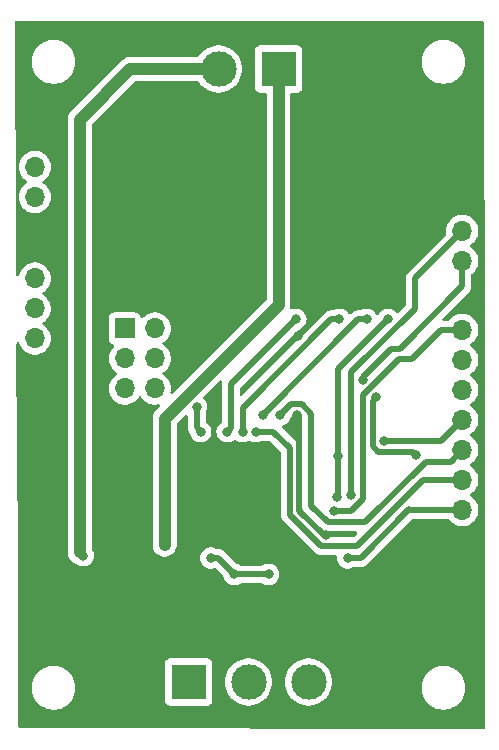
<source format=gbr>
%TF.GenerationSoftware,KiCad,Pcbnew,8.0.1*%
%TF.CreationDate,2024-05-23T13:33:55+02:00*%
%TF.ProjectId,focBLDCdrv,666f6342-4c44-4436-9472-762e6b696361,rev?*%
%TF.SameCoordinates,Original*%
%TF.FileFunction,Copper,L2,Bot*%
%TF.FilePolarity,Positive*%
%FSLAX46Y46*%
G04 Gerber Fmt 4.6, Leading zero omitted, Abs format (unit mm)*
G04 Created by KiCad (PCBNEW 8.0.1) date 2024-05-23 13:33:55*
%MOMM*%
%LPD*%
G01*
G04 APERTURE LIST*
%TA.AperFunction,ComponentPad*%
%ADD10R,1.700000X1.700000*%
%TD*%
%TA.AperFunction,ComponentPad*%
%ADD11O,1.700000X1.700000*%
%TD*%
%TA.AperFunction,ComponentPad*%
%ADD12R,3.000000X3.000000*%
%TD*%
%TA.AperFunction,ComponentPad*%
%ADD13C,3.000000*%
%TD*%
%TA.AperFunction,ComponentPad*%
%ADD14C,0.400000*%
%TD*%
%TA.AperFunction,ComponentPad*%
%ADD15C,0.450000*%
%TD*%
%TA.AperFunction,ViaPad*%
%ADD16C,0.800000*%
%TD*%
%TA.AperFunction,Conductor*%
%ADD17C,1.000000*%
%TD*%
%TA.AperFunction,Conductor*%
%ADD18C,0.500000*%
%TD*%
%TA.AperFunction,Conductor*%
%ADD19C,0.250000*%
%TD*%
G04 APERTURE END LIST*
D10*
%TO.P,J5,1,Pin_1*%
%TO.N,Net-(J5-Pad1)*%
X137625000Y-92775000D03*
D11*
%TO.P,J5,2,Pin_2*%
%TO.N,Net-(J5-Pad2)*%
X140165000Y-92775000D03*
%TO.P,J5,3,Pin_3*%
%TO.N,Net-(J5-Pad3)*%
X137625000Y-95315000D03*
%TO.P,J5,4,Pin_4*%
%TO.N,Net-(J5-Pad2)*%
X140165000Y-95315000D03*
%TO.P,J5,5,Pin_5*%
%TO.N,Net-(J5-Pad5)*%
X137625000Y-97855000D03*
%TO.P,J5,6,Pin_6*%
%TO.N,Net-(J5-Pad2)*%
X140165000Y-97855000D03*
%TD*%
D12*
%TO.P,J2,1,Pin_1*%
%TO.N,Net-(J2-Pad1)*%
X143020000Y-122700000D03*
D13*
%TO.P,J2,2,Pin_2*%
%TO.N,Net-(J2-Pad2)*%
X148100000Y-122700000D03*
%TO.P,J2,3,Pin_3*%
%TO.N,Net-(J2-Pad3)*%
X153180000Y-122700000D03*
%TD*%
D12*
%TO.P,J1,1,Pin_1*%
%TO.N,VM*%
X150640000Y-70800000D03*
D13*
%TO.P,J1,2,Pin_2*%
%TO.N,PNGD*%
X145560000Y-70800000D03*
%TD*%
D10*
%TO.P,J6,1,Pin_1*%
%TO.N,GNDA*%
X130000000Y-76560000D03*
D11*
%TO.P,J6,2,Pin_2*%
%TO.N,FG*%
X130000000Y-79100000D03*
%TO.P,J6,3,Pin_3*%
%TO.N,nFAULT*%
X130000000Y-81640000D03*
%TD*%
D10*
%TO.P,J7,1,Pin_1*%
%TO.N,GNDA*%
X130000000Y-86000000D03*
D11*
%TO.P,J7,2,Pin_2*%
%TO.N,AVDD*%
X130000000Y-88540000D03*
%TO.P,J7,3,Pin_3*%
%TO.N,DVDD*%
X130000000Y-91080000D03*
%TO.P,J7,4,Pin_4*%
%TO.N,BUCK*%
X130000000Y-93620000D03*
%TD*%
D10*
%TO.P,J3,1,Pin_1*%
%TO.N,GNDA*%
X166200000Y-110675000D03*
D11*
%TO.P,J3,2,Pin_2*%
%TO.N,DRVOFF*%
X166200000Y-108135000D03*
%TO.P,J3,3,Pin_3*%
%TO.N,BRAKE*%
X166200000Y-105595000D03*
%TO.P,J3,4,Pin_4*%
%TO.N,EXT_CLK*%
X166200000Y-103055000D03*
%TO.P,J3,5,Pin_5*%
%TO.N,EXT_WD*%
X166200000Y-100515000D03*
%TO.P,J3,6,Pin_6*%
%TO.N,SOX*%
X166200000Y-97975000D03*
%TO.P,J3,7,Pin_7*%
%TO.N,DIR*%
X166200000Y-95435000D03*
%TO.P,J3,8,Pin_8*%
%TO.N,SPEED*%
X166200000Y-92895000D03*
%TD*%
D10*
%TO.P,J4,1,Pin_1*%
%TO.N,GNDA*%
X166200000Y-81975000D03*
D11*
%TO.P,J4,2,Pin_2*%
%TO.N,SDA*%
X166200000Y-84515000D03*
%TO.P,J4,3,Pin_3*%
%TO.N,SCL*%
X166200000Y-87055000D03*
%TD*%
D14*
%TO.P,U1,41*%
%TO.N,GNDA*%
X148925000Y-110400000D03*
X146700000Y-106450000D03*
X148925000Y-107800000D03*
D15*
X149900000Y-106450000D03*
D14*
X148925000Y-109150000D03*
D15*
X147675000Y-105200000D03*
D14*
X147650000Y-109150000D03*
X147675000Y-106450000D03*
X146700000Y-107800000D03*
X147675000Y-110400000D03*
X148925000Y-106450000D03*
X147675000Y-107800000D03*
X149900000Y-107800000D03*
X146700000Y-109150000D03*
D15*
X148925000Y-105200000D03*
D14*
X149900000Y-109150000D03*
%TD*%
D16*
%TO.N,VM*%
X141000000Y-111100000D03*
%TO.N,PNGD*%
X146900000Y-113600000D03*
X134100000Y-112000000D03*
X144900000Y-112200000D03*
X149800000Y-113600000D03*
%TO.N,BUCK*%
X144049500Y-101500688D03*
X143699312Y-99399312D03*
%TO.N,Net-(D1-Pad1)*%
X146300000Y-101500000D03*
X152100000Y-92000000D03*
%TO.N,SOX*%
X155800000Y-92000000D03*
X147600000Y-101500000D03*
%TO.N,DIR*%
X149300000Y-100100000D03*
X158100000Y-92000000D03*
%TO.N,DRVOFF*%
X156500000Y-112200000D03*
%TO.N,EXT_CLK*%
X150800000Y-100100000D03*
%TO.N,EXT_WD*%
X159600000Y-102300000D03*
%TO.N,BRAKE*%
X148700000Y-101500000D03*
%TO.N,FG*%
X159900000Y-92000000D03*
X155600000Y-107000000D03*
X155700000Y-103600000D03*
%TO.N,AVDD*%
X158900000Y-98600000D03*
X162300000Y-103500000D03*
%TO.N,SCL*%
X157800000Y-97100000D03*
%TO.N,SDA*%
X156800000Y-106900000D03*
%TO.N,SPEED*%
X155300000Y-108200000D03*
%TO.N,GNDA*%
X154700000Y-110300000D03*
X139200000Y-86800000D03*
X139200000Y-89300000D03*
X152300000Y-93400000D03*
X152200000Y-100100000D03*
%TD*%
D17*
%TO.N,VM*%
X141000000Y-100400000D02*
X141000000Y-111100000D01*
X150640000Y-90760000D02*
X141000000Y-100400000D01*
X150640000Y-70800000D02*
X150640000Y-90760000D01*
D18*
%TO.N,PNGD*%
X145500000Y-112200000D02*
X144900000Y-112200000D01*
D17*
X133800000Y-75100000D02*
X133800000Y-111700000D01*
X145560000Y-70800000D02*
X138100000Y-70800000D01*
D18*
X149800000Y-113600000D02*
X146900000Y-113600000D01*
X146900000Y-113600000D02*
X145500000Y-112200000D01*
D17*
X138100000Y-70800000D02*
X133800000Y-75100000D01*
D19*
X133800000Y-111700000D02*
X134100000Y-112000000D01*
D18*
%TO.N,BUCK*%
X143699312Y-99399312D02*
X143699312Y-101150500D01*
X143699312Y-101150500D02*
X144049500Y-101500688D01*
%TO.N,Net-(D1-Pad1)*%
X146600000Y-97500000D02*
X152100000Y-92000000D01*
X146300000Y-101500000D02*
X146600000Y-101200000D01*
X146600000Y-101200000D02*
X146600000Y-97500000D01*
%TO.N,SOX*%
X155800000Y-92000000D02*
X155075386Y-92000000D01*
X147600000Y-99475386D02*
X147600000Y-101500000D01*
X155075386Y-92000000D02*
X147600000Y-99475386D01*
%TO.N,DIR*%
X157400000Y-92000000D02*
X158100000Y-92000000D01*
X149300000Y-100100000D02*
X157400000Y-92000000D01*
D19*
%TO.N,DRVOFF*%
X161700000Y-108100000D02*
X161735000Y-108135000D01*
D18*
X156500000Y-112200000D02*
X157600000Y-112200000D01*
X157600000Y-112200000D02*
X161700000Y-108100000D01*
X161735000Y-108135000D02*
X166200000Y-108135000D01*
%TO.N,EXT_CLK*%
X153400000Y-100000000D02*
X153400000Y-107800000D01*
X152600000Y-99200000D02*
X153400000Y-100000000D01*
X165205480Y-104049520D02*
X166200000Y-103055000D01*
X163150480Y-104049520D02*
X165205480Y-104049520D01*
X154800000Y-109200000D02*
X158000000Y-109200000D01*
X153400000Y-107800000D02*
X154800000Y-109200000D01*
X151700000Y-99200000D02*
X152600000Y-99200000D01*
X158000000Y-109200000D02*
X163150480Y-104049520D01*
X150800000Y-100100000D02*
X151700000Y-99200000D01*
%TO.N,EXT_WD*%
X164415000Y-102300000D02*
X166200000Y-100515000D01*
X159600000Y-102300000D02*
X164415000Y-102300000D01*
%TO.N,BRAKE*%
X150200000Y-101500000D02*
X151600000Y-102900000D01*
X151600000Y-102900000D02*
X151600000Y-108524614D01*
X157300000Y-111200000D02*
X162905000Y-105595000D01*
X151600000Y-108524614D02*
X154275386Y-111200000D01*
X154275386Y-111200000D02*
X157300000Y-111200000D01*
X162905000Y-105595000D02*
X166200000Y-105595000D01*
X148700000Y-101500000D02*
X150200000Y-101500000D01*
%TO.N,FG*%
X155700000Y-96200000D02*
X159900000Y-92000000D01*
X155700000Y-106900000D02*
X155700000Y-103600000D01*
D19*
X155600000Y-107000000D02*
X155700000Y-106900000D01*
D18*
X155700000Y-103600000D02*
X155700000Y-96200000D01*
%TO.N,AVDD*%
X158600000Y-98900000D02*
X158600000Y-102700000D01*
X158900000Y-98600000D02*
X158600000Y-98900000D01*
X162000000Y-103200000D02*
X162300000Y-103500000D01*
X159100000Y-103200000D02*
X162000000Y-103200000D01*
X158600000Y-102700000D02*
X159100000Y-103200000D01*
%TO.N,SCL*%
X166200000Y-87075000D02*
X166200000Y-89200000D01*
X160900000Y-94500000D02*
X160200000Y-94500000D01*
X166200000Y-89200000D02*
X160900000Y-94500000D01*
X160200000Y-94500000D02*
X157800000Y-96900000D01*
X157800000Y-96900000D02*
X157800000Y-97100000D01*
%TO.N,SDA*%
X156800000Y-96500000D02*
X162200000Y-91100000D01*
X162200000Y-88535000D02*
X166200000Y-84535000D01*
X162200000Y-91100000D02*
X162200000Y-88535000D01*
X156800000Y-106900000D02*
X156800000Y-96500000D01*
X166200000Y-84535000D02*
X166200000Y-84515000D01*
%TO.N,SPEED*%
X155300000Y-108200000D02*
X156800000Y-108200000D01*
X157800000Y-107200000D02*
X157800000Y-98400000D01*
X161900000Y-95400000D02*
X164405000Y-92895000D01*
X156800000Y-108200000D02*
X157800000Y-107200000D01*
X164405000Y-92895000D02*
X166200000Y-92895000D01*
X160800000Y-95400000D02*
X161900000Y-95400000D01*
X157800000Y-98400000D02*
X160800000Y-95400000D01*
%TO.N,GNDA*%
X163725000Y-81975000D02*
X152300000Y-93400000D01*
X154700000Y-110300000D02*
X154500000Y-110300000D01*
X139200000Y-89300000D02*
X139200000Y-86800000D01*
X166200000Y-81975000D02*
X163725000Y-81975000D01*
X152400000Y-108200000D02*
X152400000Y-100300000D01*
X154500000Y-110300000D02*
X152400000Y-108200000D01*
X152400000Y-100300000D02*
X152200000Y-100100000D01*
%TD*%
%TA.AperFunction,Conductor*%
%TO.N,GNDA*%
G36*
X147019769Y-109820974D02*
G01*
X147077752Y-109861944D01*
X147104380Y-109927758D01*
X147091199Y-109997520D01*
X147082692Y-110011769D01*
X147043494Y-110068557D01*
X147043492Y-110068561D01*
X146982522Y-110229322D01*
X146961800Y-110399997D01*
X146961800Y-110400002D01*
X146982522Y-110570677D01*
X146993643Y-110600000D01*
X146500000Y-110600000D01*
X146486665Y-109826606D01*
X146614031Y-109857999D01*
X146614034Y-109858000D01*
X146785966Y-109858000D01*
X146785968Y-109857999D01*
X146948841Y-109817855D01*
X147019769Y-109820974D01*
G37*
%TD.AperFunction*%
%TA.AperFunction,Conductor*%
G36*
X147719031Y-104941936D02*
G01*
X147764094Y-104970897D01*
X148299999Y-105506802D01*
X148300000Y-105506802D01*
X148586910Y-105219891D01*
X148825000Y-105219891D01*
X148840224Y-105256645D01*
X148868355Y-105284776D01*
X148905109Y-105300000D01*
X148944891Y-105300000D01*
X148981645Y-105284776D01*
X149009776Y-105256645D01*
X149025000Y-105219891D01*
X149025000Y-105180109D01*
X149009776Y-105143355D01*
X148981645Y-105115224D01*
X148944891Y-105100000D01*
X148905109Y-105100000D01*
X148868355Y-105115224D01*
X148840224Y-105143355D01*
X148825000Y-105180109D01*
X148825000Y-105219891D01*
X148586910Y-105219891D01*
X148835904Y-104970897D01*
X148898217Y-104936872D01*
X148969032Y-104941936D01*
X149014095Y-104970897D01*
X149154102Y-105110904D01*
X149188128Y-105173216D01*
X149183063Y-105244031D01*
X149154102Y-105289094D01*
X148600520Y-105842676D01*
X148600520Y-105842678D01*
X148924999Y-106167157D01*
X148925000Y-106167157D01*
X149250485Y-105841670D01*
X149312797Y-105807645D01*
X149337694Y-105806374D01*
X149384909Y-105776709D01*
X149385889Y-105775928D01*
X149386641Y-105775620D01*
X149390902Y-105772944D01*
X149391370Y-105773690D01*
X149451619Y-105749095D01*
X149521422Y-105762058D01*
X149553542Y-105785344D01*
X149900000Y-106131801D01*
X149900000Y-106131802D01*
X150129102Y-106360904D01*
X150163128Y-106423216D01*
X150158063Y-106494031D01*
X150129102Y-106539094D01*
X149563772Y-107104423D01*
X149565555Y-107120243D01*
X149564913Y-107153309D01*
X149561113Y-107178270D01*
X149900000Y-107517156D01*
X149900000Y-107517157D01*
X150093747Y-107710904D01*
X150127773Y-107773216D01*
X150122708Y-107844031D01*
X150093747Y-107889094D01*
X149561114Y-108421726D01*
X149566337Y-108456042D01*
X149566337Y-108493956D01*
X149561114Y-108528271D01*
X150093747Y-109060904D01*
X150125966Y-109119907D01*
X150125302Y-109157756D01*
X150122708Y-109194031D01*
X150093747Y-109239094D01*
X149516057Y-109816784D01*
X149514473Y-109815200D01*
X149496439Y-109836360D01*
X149428484Y-109856919D01*
X149360202Y-109837474D01*
X149343901Y-109825235D01*
X149330148Y-109813050D01*
X149294625Y-109794404D01*
X149264093Y-109771935D01*
X148925001Y-109432843D01*
X148925000Y-109432843D01*
X148585903Y-109771938D01*
X148583727Y-109773538D01*
X148583727Y-109776457D01*
X148585893Y-109778051D01*
X149118747Y-110310905D01*
X149152773Y-110373217D01*
X149147708Y-110444032D01*
X149118747Y-110489095D01*
X149014095Y-110593747D01*
X149002644Y-110600000D01*
X148845635Y-110600000D01*
X148835905Y-110593747D01*
X148662049Y-110419891D01*
X148825000Y-110419891D01*
X148840224Y-110456645D01*
X148868355Y-110484776D01*
X148905109Y-110500000D01*
X148944891Y-110500000D01*
X148981645Y-110484776D01*
X149009776Y-110456645D01*
X149025000Y-110419891D01*
X149025000Y-110380109D01*
X149009776Y-110343355D01*
X148981645Y-110315224D01*
X148944891Y-110300000D01*
X148905109Y-110300000D01*
X148868355Y-110315224D01*
X148840224Y-110343355D01*
X148825000Y-110380109D01*
X148825000Y-110419891D01*
X148662049Y-110419891D01*
X148305264Y-110063106D01*
X148300484Y-110057367D01*
X148299501Y-110057367D01*
X148294682Y-110063159D01*
X147764094Y-110593747D01*
X147752643Y-110600000D01*
X147595634Y-110600000D01*
X147585904Y-110593747D01*
X147481252Y-110489095D01*
X147447226Y-110426783D01*
X147447719Y-110419891D01*
X147575000Y-110419891D01*
X147590224Y-110456645D01*
X147618355Y-110484776D01*
X147655109Y-110500000D01*
X147694891Y-110500000D01*
X147731645Y-110484776D01*
X147759776Y-110456645D01*
X147775000Y-110419891D01*
X147775000Y-110380109D01*
X147759776Y-110343355D01*
X147731645Y-110315224D01*
X147694891Y-110300000D01*
X147655109Y-110300000D01*
X147618355Y-110315224D01*
X147590224Y-110343355D01*
X147575000Y-110380109D01*
X147575000Y-110419891D01*
X147447719Y-110419891D01*
X147452291Y-110355968D01*
X147481252Y-110310904D01*
X148004657Y-109787499D01*
X147650001Y-109432843D01*
X147650000Y-109432843D01*
X147272012Y-109810829D01*
X147266472Y-109816044D01*
X147256099Y-109825234D01*
X147191847Y-109855436D01*
X147121466Y-109846106D01*
X147085283Y-109815443D01*
X147083942Y-109816785D01*
X147067701Y-109800544D01*
X147067302Y-109800206D01*
X147067275Y-109800118D01*
X146506252Y-109239096D01*
X146475567Y-109182900D01*
X146475343Y-109169891D01*
X146600000Y-109169891D01*
X146615224Y-109206645D01*
X146643355Y-109234776D01*
X146680109Y-109250000D01*
X146719891Y-109250000D01*
X146756645Y-109234776D01*
X146784776Y-109206645D01*
X146800000Y-109169891D01*
X146800000Y-109150001D01*
X146982843Y-109150001D01*
X147174999Y-109342157D01*
X147175001Y-109342157D01*
X147347267Y-109169891D01*
X147550000Y-109169891D01*
X147565224Y-109206645D01*
X147593355Y-109234776D01*
X147630109Y-109250000D01*
X147669891Y-109250000D01*
X147706645Y-109234776D01*
X147734776Y-109206645D01*
X147750000Y-109169891D01*
X147750000Y-109150001D01*
X147932843Y-109150001D01*
X148274472Y-109491630D01*
X148276103Y-109491482D01*
X148298906Y-109491482D01*
X148300525Y-109491629D01*
X148622265Y-109169891D01*
X148825000Y-109169891D01*
X148840224Y-109206645D01*
X148868355Y-109234776D01*
X148905109Y-109250000D01*
X148944891Y-109250000D01*
X148981645Y-109234776D01*
X149009776Y-109206645D01*
X149025000Y-109169891D01*
X149025000Y-109150001D01*
X149207843Y-109150001D01*
X149412499Y-109354657D01*
X149412501Y-109354657D01*
X149597267Y-109169891D01*
X149800000Y-109169891D01*
X149815224Y-109206645D01*
X149843355Y-109234776D01*
X149880109Y-109250000D01*
X149919891Y-109250000D01*
X149956645Y-109234776D01*
X149984776Y-109206645D01*
X150000000Y-109169891D01*
X150000000Y-109130109D01*
X149984776Y-109093355D01*
X149956645Y-109065224D01*
X149919891Y-109050000D01*
X149880109Y-109050000D01*
X149843355Y-109065224D01*
X149815224Y-109093355D01*
X149800000Y-109130109D01*
X149800000Y-109169891D01*
X149597267Y-109169891D01*
X149617157Y-109150001D01*
X149617157Y-109149999D01*
X149412501Y-108945343D01*
X149412499Y-108945343D01*
X149207843Y-109149999D01*
X149207843Y-109150001D01*
X149025000Y-109150001D01*
X149025000Y-109130109D01*
X149009776Y-109093355D01*
X148981645Y-109065224D01*
X148944891Y-109050000D01*
X148905109Y-109050000D01*
X148868355Y-109065224D01*
X148840224Y-109093355D01*
X148825000Y-109130109D01*
X148825000Y-109169891D01*
X148622265Y-109169891D01*
X148642157Y-109149999D01*
X148300526Y-108808368D01*
X148298902Y-108808516D01*
X148276096Y-108808516D01*
X148274473Y-108808368D01*
X147932843Y-109149999D01*
X147932843Y-109150001D01*
X147750000Y-109150001D01*
X147750000Y-109130109D01*
X147734776Y-109093355D01*
X147706645Y-109065224D01*
X147669891Y-109050000D01*
X147630109Y-109050000D01*
X147593355Y-109065224D01*
X147565224Y-109093355D01*
X147550000Y-109130109D01*
X147550000Y-109169891D01*
X147347267Y-109169891D01*
X147367157Y-109150001D01*
X147367157Y-109149999D01*
X147175001Y-108957843D01*
X147174999Y-108957843D01*
X146982843Y-109149999D01*
X146982843Y-109150001D01*
X146800000Y-109150001D01*
X146800000Y-109130109D01*
X146784776Y-109093355D01*
X146756645Y-109065224D01*
X146719891Y-109050000D01*
X146680109Y-109050000D01*
X146643355Y-109065224D01*
X146615224Y-109093355D01*
X146600000Y-109130109D01*
X146600000Y-109169891D01*
X146475343Y-109169891D01*
X146474833Y-109140335D01*
X146477291Y-109105968D01*
X146506252Y-109060904D01*
X146700001Y-108867156D01*
X147038883Y-108528271D01*
X147311115Y-108528271D01*
X147649999Y-108867156D01*
X147988884Y-108528270D01*
X148586114Y-108528270D01*
X148924999Y-108867156D01*
X149263883Y-108528271D01*
X149258661Y-108493957D01*
X149258661Y-108456041D01*
X149263883Y-108421725D01*
X148925001Y-108082843D01*
X148925000Y-108082843D01*
X148586114Y-108421727D01*
X148591337Y-108456042D01*
X148591337Y-108493956D01*
X148586114Y-108528270D01*
X147988884Y-108528270D01*
X147989640Y-108527514D01*
X147998754Y-108460193D01*
X148010045Y-108446941D01*
X148013883Y-108421725D01*
X147675001Y-108082843D01*
X147675000Y-108082843D01*
X147335358Y-108422483D01*
X147326244Y-108489806D01*
X147314953Y-108503055D01*
X147311115Y-108528271D01*
X147038883Y-108528271D01*
X147033661Y-108493957D01*
X147033661Y-108456041D01*
X147038883Y-108421726D01*
X146506252Y-107889096D01*
X146472227Y-107826783D01*
X146472720Y-107819891D01*
X146600000Y-107819891D01*
X146615224Y-107856645D01*
X146643355Y-107884776D01*
X146680109Y-107900000D01*
X146719891Y-107900000D01*
X146756645Y-107884776D01*
X146784776Y-107856645D01*
X146800000Y-107819891D01*
X146800000Y-107800001D01*
X146982843Y-107800001D01*
X147187499Y-108004657D01*
X147187501Y-108004657D01*
X147372267Y-107819891D01*
X147575000Y-107819891D01*
X147590224Y-107856645D01*
X147618355Y-107884776D01*
X147655109Y-107900000D01*
X147694891Y-107900000D01*
X147731645Y-107884776D01*
X147759776Y-107856645D01*
X147775000Y-107819891D01*
X147775000Y-107800001D01*
X147957843Y-107800001D01*
X148294777Y-108136935D01*
X148299508Y-108142612D01*
X148300475Y-108142612D01*
X148305165Y-108136990D01*
X148622265Y-107819891D01*
X148825000Y-107819891D01*
X148840224Y-107856645D01*
X148868355Y-107884776D01*
X148905109Y-107900000D01*
X148944891Y-107900000D01*
X148981645Y-107884776D01*
X149009776Y-107856645D01*
X149025000Y-107819891D01*
X149025000Y-107800001D01*
X149207843Y-107800001D01*
X149412499Y-108004657D01*
X149412501Y-108004657D01*
X149597267Y-107819891D01*
X149800000Y-107819891D01*
X149815224Y-107856645D01*
X149843355Y-107884776D01*
X149880109Y-107900000D01*
X149919891Y-107900000D01*
X149956645Y-107884776D01*
X149984776Y-107856645D01*
X150000000Y-107819891D01*
X150000000Y-107780109D01*
X149984776Y-107743355D01*
X149956645Y-107715224D01*
X149919891Y-107700000D01*
X149880109Y-107700000D01*
X149843355Y-107715224D01*
X149815224Y-107743355D01*
X149800000Y-107780109D01*
X149800000Y-107819891D01*
X149597267Y-107819891D01*
X149617157Y-107800001D01*
X149617157Y-107799999D01*
X149412501Y-107595343D01*
X149412499Y-107595343D01*
X149207843Y-107799999D01*
X149207843Y-107800001D01*
X149025000Y-107800001D01*
X149025000Y-107780109D01*
X149009776Y-107743355D01*
X148981645Y-107715224D01*
X148944891Y-107700000D01*
X148905109Y-107700000D01*
X148868355Y-107715224D01*
X148840224Y-107743355D01*
X148825000Y-107780109D01*
X148825000Y-107819891D01*
X148622265Y-107819891D01*
X148642157Y-107799999D01*
X148305264Y-107463106D01*
X148300484Y-107457367D01*
X148299501Y-107457367D01*
X148294682Y-107463159D01*
X147957843Y-107799999D01*
X147957843Y-107800001D01*
X147775000Y-107800001D01*
X147775000Y-107780109D01*
X147759776Y-107743355D01*
X147731645Y-107715224D01*
X147694891Y-107700000D01*
X147655109Y-107700000D01*
X147618355Y-107715224D01*
X147590224Y-107743355D01*
X147575000Y-107780109D01*
X147575000Y-107819891D01*
X147372267Y-107819891D01*
X147392157Y-107800001D01*
X147392157Y-107799999D01*
X147187501Y-107595343D01*
X147187499Y-107595343D01*
X146982843Y-107799999D01*
X146982843Y-107800001D01*
X146800000Y-107800001D01*
X146800000Y-107780109D01*
X146784776Y-107743355D01*
X146756645Y-107715224D01*
X146719891Y-107700000D01*
X146680109Y-107700000D01*
X146643355Y-107715224D01*
X146615224Y-107743355D01*
X146600000Y-107780109D01*
X146600000Y-107819891D01*
X146472720Y-107819891D01*
X146477291Y-107755968D01*
X146506252Y-107710904D01*
X146700001Y-107517156D01*
X147038883Y-107178271D01*
X147038883Y-107178270D01*
X147336114Y-107178270D01*
X147674999Y-107517156D01*
X148013883Y-107178271D01*
X148013883Y-107178270D01*
X148586114Y-107178270D01*
X148924999Y-107517156D01*
X149263883Y-107178271D01*
X149258661Y-107143957D01*
X149258661Y-107106041D01*
X149263883Y-107071725D01*
X148925001Y-106732843D01*
X148925000Y-106732843D01*
X148586114Y-107071727D01*
X148591337Y-107106042D01*
X148591337Y-107143956D01*
X148586114Y-107178270D01*
X148013883Y-107178270D01*
X148008661Y-107143957D01*
X148008661Y-107106041D01*
X148013883Y-107071725D01*
X147675001Y-106732843D01*
X147675000Y-106732843D01*
X147336114Y-107071727D01*
X147341337Y-107106042D01*
X147341337Y-107143956D01*
X147336114Y-107178270D01*
X147038883Y-107178270D01*
X147033661Y-107143957D01*
X147033661Y-107106041D01*
X147038883Y-107071726D01*
X146506252Y-106539096D01*
X146472227Y-106476783D01*
X146472720Y-106469891D01*
X146600000Y-106469891D01*
X146615224Y-106506645D01*
X146643355Y-106534776D01*
X146680109Y-106550000D01*
X146719891Y-106550000D01*
X146756645Y-106534776D01*
X146784776Y-106506645D01*
X146800000Y-106469891D01*
X146800000Y-106450001D01*
X146982843Y-106450001D01*
X147187499Y-106654657D01*
X147187501Y-106654657D01*
X147372267Y-106469891D01*
X147575000Y-106469891D01*
X147590224Y-106506645D01*
X147618355Y-106534776D01*
X147655109Y-106550000D01*
X147694891Y-106550000D01*
X147731645Y-106534776D01*
X147759776Y-106506645D01*
X147775000Y-106469891D01*
X147775000Y-106450001D01*
X147957843Y-106450001D01*
X148294777Y-106786935D01*
X148299508Y-106792612D01*
X148300475Y-106792612D01*
X148305165Y-106786990D01*
X148622265Y-106469891D01*
X148825000Y-106469891D01*
X148840224Y-106506645D01*
X148868355Y-106534776D01*
X148905109Y-106550000D01*
X148944891Y-106550000D01*
X148981645Y-106534776D01*
X149009776Y-106506645D01*
X149025000Y-106469891D01*
X149025000Y-106450001D01*
X149207843Y-106450001D01*
X149394821Y-106636979D01*
X149394822Y-106636979D01*
X149561910Y-106469891D01*
X149800000Y-106469891D01*
X149815224Y-106506645D01*
X149843355Y-106534776D01*
X149880109Y-106550000D01*
X149919891Y-106550000D01*
X149956645Y-106534776D01*
X149984776Y-106506645D01*
X150000000Y-106469891D01*
X150000000Y-106430109D01*
X149984776Y-106393355D01*
X149956645Y-106365224D01*
X149919891Y-106350000D01*
X149880109Y-106350000D01*
X149843355Y-106365224D01*
X149815224Y-106393355D01*
X149800000Y-106430109D01*
X149800000Y-106469891D01*
X149561910Y-106469891D01*
X149581802Y-106449999D01*
X149394823Y-106263020D01*
X149394822Y-106263020D01*
X149207843Y-106449999D01*
X149207843Y-106450001D01*
X149025000Y-106450001D01*
X149025000Y-106430109D01*
X149009776Y-106393355D01*
X148981645Y-106365224D01*
X148944891Y-106350000D01*
X148905109Y-106350000D01*
X148868355Y-106365224D01*
X148840224Y-106393355D01*
X148825000Y-106430109D01*
X148825000Y-106469891D01*
X148622265Y-106469891D01*
X148642157Y-106449999D01*
X148305264Y-106113106D01*
X148300484Y-106107367D01*
X148299501Y-106107367D01*
X148294682Y-106113159D01*
X147957843Y-106449999D01*
X147957843Y-106450001D01*
X147775000Y-106450001D01*
X147775000Y-106430109D01*
X147759776Y-106393355D01*
X147731645Y-106365224D01*
X147694891Y-106350000D01*
X147655109Y-106350000D01*
X147618355Y-106365224D01*
X147590224Y-106393355D01*
X147575000Y-106430109D01*
X147575000Y-106469891D01*
X147372267Y-106469891D01*
X147392157Y-106450001D01*
X147392157Y-106449999D01*
X147187501Y-106245343D01*
X147187499Y-106245343D01*
X146982843Y-106449999D01*
X146982843Y-106450001D01*
X146800000Y-106450001D01*
X146800000Y-106430109D01*
X146784776Y-106393355D01*
X146756645Y-106365224D01*
X146719891Y-106350000D01*
X146680109Y-106350000D01*
X146643355Y-106365224D01*
X146615224Y-106393355D01*
X146600000Y-106430109D01*
X146600000Y-106469891D01*
X146472720Y-106469891D01*
X146477291Y-106405968D01*
X146506252Y-106360904D01*
X146700001Y-106167156D01*
X147067492Y-105799662D01*
X147129804Y-105765637D01*
X147200620Y-105770701D01*
X147223624Y-105782070D01*
X147266682Y-105809125D01*
X147316241Y-105817806D01*
X147349514Y-105841670D01*
X147675000Y-106167156D01*
X147999479Y-105842677D01*
X147999479Y-105842676D01*
X147445897Y-105289094D01*
X147411871Y-105226782D01*
X147412364Y-105219891D01*
X147575000Y-105219891D01*
X147590224Y-105256645D01*
X147618355Y-105284776D01*
X147655109Y-105300000D01*
X147694891Y-105300000D01*
X147731645Y-105284776D01*
X147759776Y-105256645D01*
X147775000Y-105219891D01*
X147775000Y-105180109D01*
X147759776Y-105143355D01*
X147731645Y-105115224D01*
X147694891Y-105100000D01*
X147655109Y-105100000D01*
X147618355Y-105115224D01*
X147590224Y-105143355D01*
X147575000Y-105180109D01*
X147575000Y-105219891D01*
X147412364Y-105219891D01*
X147416936Y-105155967D01*
X147445897Y-105110904D01*
X147585904Y-104970897D01*
X147648216Y-104936871D01*
X147719031Y-104941936D01*
G37*
%TD.AperFunction*%
%TA.AperFunction,Conductor*%
G36*
X149651158Y-109817855D02*
G01*
X149814031Y-109857999D01*
X149814034Y-109858000D01*
X149985966Y-109858000D01*
X149985968Y-109857999D01*
X150113569Y-109826548D01*
X150100000Y-110600000D01*
X149606356Y-110600000D01*
X149617477Y-110570677D01*
X149638200Y-110400002D01*
X149638200Y-110399997D01*
X149617477Y-110229322D01*
X149556507Y-110068561D01*
X149556504Y-110068555D01*
X149517308Y-110011770D01*
X149495072Y-109944346D01*
X149512819Y-109875603D01*
X149564914Y-109827367D01*
X149634817Y-109814953D01*
X149651158Y-109817855D01*
G37*
%TD.AperFunction*%
%TA.AperFunction,Conductor*%
G36*
X146955857Y-105035857D02*
G01*
X146937362Y-105200000D01*
X146955857Y-105364142D01*
X147010410Y-105520047D01*
X147050684Y-105584144D01*
X147069989Y-105652465D01*
X147049293Y-105720378D01*
X146995165Y-105766321D01*
X146924792Y-105775707D01*
X146913842Y-105773518D01*
X146785968Y-105742000D01*
X146614031Y-105742000D01*
X146447097Y-105783145D01*
X146447093Y-105783147D01*
X146417221Y-105798824D01*
X146401724Y-104900000D01*
X147003395Y-104900000D01*
X146955857Y-105035857D01*
G37*
%TD.AperFunction*%
%TA.AperFunction,Conductor*%
G36*
X150184683Y-105773035D02*
G01*
X150064142Y-105730857D01*
X149900000Y-105712362D01*
X149735859Y-105730856D01*
X149718454Y-105736947D01*
X149647549Y-105740565D01*
X149585945Y-105705275D01*
X149553198Y-105642282D01*
X149559708Y-105571584D01*
X149570153Y-105550981D01*
X149589589Y-105520048D01*
X149644142Y-105364142D01*
X149662637Y-105200000D01*
X149644142Y-105035857D01*
X149596604Y-104900000D01*
X150200000Y-104900000D01*
X150184683Y-105773035D01*
G37*
%TD.AperFunction*%
%TA.AperFunction,Conductor*%
G36*
X146401724Y-104900000D02*
G01*
X146400000Y-104900000D01*
X146400000Y-104800000D01*
X146401724Y-104900000D01*
G37*
%TD.AperFunction*%
%TD*%
%TA.AperFunction,Conductor*%
%TO.N,GNDA*%
G36*
X146447095Y-109816853D02*
G01*
X146447097Y-109816854D01*
X146614031Y-109857999D01*
X146614034Y-109858000D01*
X146785966Y-109858000D01*
X146785968Y-109857999D01*
X146948841Y-109817855D01*
X147019769Y-109820974D01*
X147077752Y-109861944D01*
X147104380Y-109927758D01*
X147091199Y-109997520D01*
X147082692Y-110011769D01*
X147043494Y-110068557D01*
X147043492Y-110068561D01*
X146982522Y-110229322D01*
X146961800Y-110399997D01*
X146961800Y-110400002D01*
X146982522Y-110570677D01*
X147031569Y-110700000D01*
X146400000Y-110700000D01*
X146400000Y-109792135D01*
X146447095Y-109816853D01*
G37*
%TD.AperFunction*%
%TA.AperFunction,Conductor*%
G36*
X150200000Y-110700000D02*
G01*
X149568430Y-110700000D01*
X149617477Y-110570677D01*
X149638200Y-110400002D01*
X149638200Y-110399997D01*
X149617477Y-110229322D01*
X149556507Y-110068561D01*
X149556504Y-110068555D01*
X149517308Y-110011770D01*
X149495072Y-109944346D01*
X149512819Y-109875603D01*
X149564914Y-109827367D01*
X149634817Y-109814953D01*
X149651158Y-109817855D01*
X149814031Y-109857999D01*
X149814034Y-109858000D01*
X149985966Y-109858000D01*
X149985968Y-109857999D01*
X150152902Y-109816854D01*
X150152904Y-109816853D01*
X150200000Y-109792135D01*
X150200000Y-110700000D01*
G37*
%TD.AperFunction*%
%TA.AperFunction,Conductor*%
G36*
X147719031Y-104941936D02*
G01*
X147764094Y-104970897D01*
X148299999Y-105506802D01*
X148300000Y-105506802D01*
X148586910Y-105219891D01*
X148825000Y-105219891D01*
X148840224Y-105256645D01*
X148868355Y-105284776D01*
X148905109Y-105300000D01*
X148944891Y-105300000D01*
X148981645Y-105284776D01*
X149009776Y-105256645D01*
X149025000Y-105219891D01*
X149025000Y-105180109D01*
X149009776Y-105143355D01*
X148981645Y-105115224D01*
X148944891Y-105100000D01*
X148905109Y-105100000D01*
X148868355Y-105115224D01*
X148840224Y-105143355D01*
X148825000Y-105180109D01*
X148825000Y-105219891D01*
X148586910Y-105219891D01*
X148835904Y-104970897D01*
X148898217Y-104936872D01*
X148969032Y-104941936D01*
X149014095Y-104970897D01*
X149154102Y-105110904D01*
X149188128Y-105173216D01*
X149183063Y-105244031D01*
X149154102Y-105289094D01*
X148600520Y-105842676D01*
X148600520Y-105842678D01*
X148924999Y-106167157D01*
X148925000Y-106167157D01*
X149250485Y-105841670D01*
X149312797Y-105807645D01*
X149337694Y-105806374D01*
X149384909Y-105776709D01*
X149385889Y-105775928D01*
X149386641Y-105775620D01*
X149390902Y-105772944D01*
X149391370Y-105773690D01*
X149451619Y-105749095D01*
X149521422Y-105762058D01*
X149553542Y-105785344D01*
X149900000Y-106131801D01*
X149900000Y-106131802D01*
X150129102Y-106360904D01*
X150163128Y-106423216D01*
X150158063Y-106494031D01*
X150129102Y-106539094D01*
X149563772Y-107104423D01*
X149565555Y-107120243D01*
X149564913Y-107153309D01*
X149561113Y-107178270D01*
X149900000Y-107517156D01*
X149900000Y-107517157D01*
X150093747Y-107710904D01*
X150127773Y-107773216D01*
X150122708Y-107844031D01*
X150093747Y-107889094D01*
X149561114Y-108421726D01*
X149566337Y-108456042D01*
X149566337Y-108493956D01*
X149561114Y-108528271D01*
X150093747Y-109060904D01*
X150127773Y-109123216D01*
X150122708Y-109194031D01*
X150093747Y-109239094D01*
X149516057Y-109816784D01*
X149514473Y-109815200D01*
X149496439Y-109836360D01*
X149428484Y-109856919D01*
X149360202Y-109837474D01*
X149343901Y-109825235D01*
X149330148Y-109813050D01*
X149294625Y-109794404D01*
X149264093Y-109771935D01*
X148925001Y-109432843D01*
X148925000Y-109432843D01*
X148585903Y-109771938D01*
X148583727Y-109773538D01*
X148583727Y-109776457D01*
X148585893Y-109778051D01*
X149118747Y-110310905D01*
X149152773Y-110373217D01*
X149147708Y-110444032D01*
X149118747Y-110489095D01*
X149014095Y-110593747D01*
X148951783Y-110627773D01*
X148880968Y-110622708D01*
X148835905Y-110593747D01*
X148662049Y-110419891D01*
X148825000Y-110419891D01*
X148840224Y-110456645D01*
X148868355Y-110484776D01*
X148905109Y-110500000D01*
X148944891Y-110500000D01*
X148981645Y-110484776D01*
X149009776Y-110456645D01*
X149025000Y-110419891D01*
X149025000Y-110380109D01*
X149009776Y-110343355D01*
X148981645Y-110315224D01*
X148944891Y-110300000D01*
X148905109Y-110300000D01*
X148868355Y-110315224D01*
X148840224Y-110343355D01*
X148825000Y-110380109D01*
X148825000Y-110419891D01*
X148662049Y-110419891D01*
X148305264Y-110063106D01*
X148300484Y-110057367D01*
X148299501Y-110057367D01*
X148294682Y-110063159D01*
X147764094Y-110593747D01*
X147701782Y-110627773D01*
X147630967Y-110622708D01*
X147585904Y-110593747D01*
X147481252Y-110489095D01*
X147447226Y-110426783D01*
X147447719Y-110419891D01*
X147575000Y-110419891D01*
X147590224Y-110456645D01*
X147618355Y-110484776D01*
X147655109Y-110500000D01*
X147694891Y-110500000D01*
X147731645Y-110484776D01*
X147759776Y-110456645D01*
X147775000Y-110419891D01*
X147775000Y-110380109D01*
X147759776Y-110343355D01*
X147731645Y-110315224D01*
X147694891Y-110300000D01*
X147655109Y-110300000D01*
X147618355Y-110315224D01*
X147590224Y-110343355D01*
X147575000Y-110380109D01*
X147575000Y-110419891D01*
X147447719Y-110419891D01*
X147452291Y-110355968D01*
X147481252Y-110310904D01*
X148004657Y-109787499D01*
X147650001Y-109432843D01*
X147650000Y-109432843D01*
X147272012Y-109810829D01*
X147266472Y-109816044D01*
X147256099Y-109825234D01*
X147191847Y-109855436D01*
X147121466Y-109846106D01*
X147085283Y-109815443D01*
X147083942Y-109816785D01*
X147067701Y-109800544D01*
X147067302Y-109800206D01*
X147067275Y-109800118D01*
X146506252Y-109239096D01*
X146472227Y-109176783D01*
X146472720Y-109169891D01*
X146600000Y-109169891D01*
X146615224Y-109206645D01*
X146643355Y-109234776D01*
X146680109Y-109250000D01*
X146719891Y-109250000D01*
X146756645Y-109234776D01*
X146784776Y-109206645D01*
X146800000Y-109169891D01*
X146800000Y-109150001D01*
X146982843Y-109150001D01*
X147174999Y-109342157D01*
X147175001Y-109342157D01*
X147347267Y-109169891D01*
X147550000Y-109169891D01*
X147565224Y-109206645D01*
X147593355Y-109234776D01*
X147630109Y-109250000D01*
X147669891Y-109250000D01*
X147706645Y-109234776D01*
X147734776Y-109206645D01*
X147750000Y-109169891D01*
X147750000Y-109150001D01*
X147932843Y-109150001D01*
X148274472Y-109491630D01*
X148276103Y-109491482D01*
X148298906Y-109491482D01*
X148300525Y-109491629D01*
X148622265Y-109169891D01*
X148825000Y-109169891D01*
X148840224Y-109206645D01*
X148868355Y-109234776D01*
X148905109Y-109250000D01*
X148944891Y-109250000D01*
X148981645Y-109234776D01*
X149009776Y-109206645D01*
X149025000Y-109169891D01*
X149025000Y-109150001D01*
X149207843Y-109150001D01*
X149412499Y-109354657D01*
X149412501Y-109354657D01*
X149597267Y-109169891D01*
X149800000Y-109169891D01*
X149815224Y-109206645D01*
X149843355Y-109234776D01*
X149880109Y-109250000D01*
X149919891Y-109250000D01*
X149956645Y-109234776D01*
X149984776Y-109206645D01*
X150000000Y-109169891D01*
X150000000Y-109130109D01*
X149984776Y-109093355D01*
X149956645Y-109065224D01*
X149919891Y-109050000D01*
X149880109Y-109050000D01*
X149843355Y-109065224D01*
X149815224Y-109093355D01*
X149800000Y-109130109D01*
X149800000Y-109169891D01*
X149597267Y-109169891D01*
X149617157Y-109150001D01*
X149617157Y-109149999D01*
X149412501Y-108945343D01*
X149412499Y-108945343D01*
X149207843Y-109149999D01*
X149207843Y-109150001D01*
X149025000Y-109150001D01*
X149025000Y-109130109D01*
X149009776Y-109093355D01*
X148981645Y-109065224D01*
X148944891Y-109050000D01*
X148905109Y-109050000D01*
X148868355Y-109065224D01*
X148840224Y-109093355D01*
X148825000Y-109130109D01*
X148825000Y-109169891D01*
X148622265Y-109169891D01*
X148642157Y-109149999D01*
X148300526Y-108808368D01*
X148298902Y-108808516D01*
X148276096Y-108808516D01*
X148274473Y-108808368D01*
X147932843Y-109149999D01*
X147932843Y-109150001D01*
X147750000Y-109150001D01*
X147750000Y-109130109D01*
X147734776Y-109093355D01*
X147706645Y-109065224D01*
X147669891Y-109050000D01*
X147630109Y-109050000D01*
X147593355Y-109065224D01*
X147565224Y-109093355D01*
X147550000Y-109130109D01*
X147550000Y-109169891D01*
X147347267Y-109169891D01*
X147367157Y-109150001D01*
X147367157Y-109149999D01*
X147175001Y-108957843D01*
X147174999Y-108957843D01*
X146982843Y-109149999D01*
X146982843Y-109150001D01*
X146800000Y-109150001D01*
X146800000Y-109130109D01*
X146784776Y-109093355D01*
X146756645Y-109065224D01*
X146719891Y-109050000D01*
X146680109Y-109050000D01*
X146643355Y-109065224D01*
X146615224Y-109093355D01*
X146600000Y-109130109D01*
X146600000Y-109169891D01*
X146472720Y-109169891D01*
X146477291Y-109105968D01*
X146506252Y-109060904D01*
X146700001Y-108867156D01*
X147038883Y-108528271D01*
X147311115Y-108528271D01*
X147649999Y-108867156D01*
X147988884Y-108528270D01*
X148586114Y-108528270D01*
X148924999Y-108867156D01*
X149263883Y-108528271D01*
X149258661Y-108493957D01*
X149258661Y-108456041D01*
X149263883Y-108421725D01*
X148925001Y-108082843D01*
X148925000Y-108082843D01*
X148586114Y-108421727D01*
X148591337Y-108456042D01*
X148591337Y-108493956D01*
X148586114Y-108528270D01*
X147988884Y-108528270D01*
X147989640Y-108527514D01*
X147998754Y-108460193D01*
X148010045Y-108446941D01*
X148013883Y-108421725D01*
X147675001Y-108082843D01*
X147675000Y-108082843D01*
X147335358Y-108422483D01*
X147326244Y-108489806D01*
X147314953Y-108503055D01*
X147311115Y-108528271D01*
X147038883Y-108528271D01*
X147033661Y-108493957D01*
X147033661Y-108456041D01*
X147038883Y-108421726D01*
X146506252Y-107889096D01*
X146472227Y-107826783D01*
X146472720Y-107819891D01*
X146600000Y-107819891D01*
X146615224Y-107856645D01*
X146643355Y-107884776D01*
X146680109Y-107900000D01*
X146719891Y-107900000D01*
X146756645Y-107884776D01*
X146784776Y-107856645D01*
X146800000Y-107819891D01*
X146800000Y-107800001D01*
X146982843Y-107800001D01*
X147187499Y-108004657D01*
X147187501Y-108004657D01*
X147372267Y-107819891D01*
X147575000Y-107819891D01*
X147590224Y-107856645D01*
X147618355Y-107884776D01*
X147655109Y-107900000D01*
X147694891Y-107900000D01*
X147731645Y-107884776D01*
X147759776Y-107856645D01*
X147775000Y-107819891D01*
X147775000Y-107800001D01*
X147957843Y-107800001D01*
X148294777Y-108136935D01*
X148299508Y-108142612D01*
X148300475Y-108142612D01*
X148305165Y-108136990D01*
X148622265Y-107819891D01*
X148825000Y-107819891D01*
X148840224Y-107856645D01*
X148868355Y-107884776D01*
X148905109Y-107900000D01*
X148944891Y-107900000D01*
X148981645Y-107884776D01*
X149009776Y-107856645D01*
X149025000Y-107819891D01*
X149025000Y-107800001D01*
X149207843Y-107800001D01*
X149412499Y-108004657D01*
X149412501Y-108004657D01*
X149597267Y-107819891D01*
X149800000Y-107819891D01*
X149815224Y-107856645D01*
X149843355Y-107884776D01*
X149880109Y-107900000D01*
X149919891Y-107900000D01*
X149956645Y-107884776D01*
X149984776Y-107856645D01*
X150000000Y-107819891D01*
X150000000Y-107780109D01*
X149984776Y-107743355D01*
X149956645Y-107715224D01*
X149919891Y-107700000D01*
X149880109Y-107700000D01*
X149843355Y-107715224D01*
X149815224Y-107743355D01*
X149800000Y-107780109D01*
X149800000Y-107819891D01*
X149597267Y-107819891D01*
X149617157Y-107800001D01*
X149617157Y-107799999D01*
X149412501Y-107595343D01*
X149412499Y-107595343D01*
X149207843Y-107799999D01*
X149207843Y-107800001D01*
X149025000Y-107800001D01*
X149025000Y-107780109D01*
X149009776Y-107743355D01*
X148981645Y-107715224D01*
X148944891Y-107700000D01*
X148905109Y-107700000D01*
X148868355Y-107715224D01*
X148840224Y-107743355D01*
X148825000Y-107780109D01*
X148825000Y-107819891D01*
X148622265Y-107819891D01*
X148642157Y-107799999D01*
X148305264Y-107463106D01*
X148300484Y-107457367D01*
X148299501Y-107457367D01*
X148294682Y-107463159D01*
X147957843Y-107799999D01*
X147957843Y-107800001D01*
X147775000Y-107800001D01*
X147775000Y-107780109D01*
X147759776Y-107743355D01*
X147731645Y-107715224D01*
X147694891Y-107700000D01*
X147655109Y-107700000D01*
X147618355Y-107715224D01*
X147590224Y-107743355D01*
X147575000Y-107780109D01*
X147575000Y-107819891D01*
X147372267Y-107819891D01*
X147392157Y-107800001D01*
X147392157Y-107799999D01*
X147187501Y-107595343D01*
X147187499Y-107595343D01*
X146982843Y-107799999D01*
X146982843Y-107800001D01*
X146800000Y-107800001D01*
X146800000Y-107780109D01*
X146784776Y-107743355D01*
X146756645Y-107715224D01*
X146719891Y-107700000D01*
X146680109Y-107700000D01*
X146643355Y-107715224D01*
X146615224Y-107743355D01*
X146600000Y-107780109D01*
X146600000Y-107819891D01*
X146472720Y-107819891D01*
X146477291Y-107755968D01*
X146506252Y-107710904D01*
X146700001Y-107517156D01*
X147038883Y-107178271D01*
X147038883Y-107178270D01*
X147336114Y-107178270D01*
X147674999Y-107517156D01*
X148013883Y-107178271D01*
X148013883Y-107178270D01*
X148586114Y-107178270D01*
X148924999Y-107517156D01*
X149263883Y-107178271D01*
X149258661Y-107143957D01*
X149258661Y-107106041D01*
X149263883Y-107071725D01*
X148925001Y-106732843D01*
X148925000Y-106732843D01*
X148586114Y-107071727D01*
X148591337Y-107106042D01*
X148591337Y-107143956D01*
X148586114Y-107178270D01*
X148013883Y-107178270D01*
X148008661Y-107143957D01*
X148008661Y-107106041D01*
X148013883Y-107071725D01*
X147675001Y-106732843D01*
X147675000Y-106732843D01*
X147336114Y-107071727D01*
X147341337Y-107106042D01*
X147341337Y-107143956D01*
X147336114Y-107178270D01*
X147038883Y-107178270D01*
X147033661Y-107143957D01*
X147033661Y-107106041D01*
X147038883Y-107071726D01*
X146506252Y-106539096D01*
X146472227Y-106476783D01*
X146472720Y-106469891D01*
X146600000Y-106469891D01*
X146615224Y-106506645D01*
X146643355Y-106534776D01*
X146680109Y-106550000D01*
X146719891Y-106550000D01*
X146756645Y-106534776D01*
X146784776Y-106506645D01*
X146800000Y-106469891D01*
X146800000Y-106450001D01*
X146982843Y-106450001D01*
X147187499Y-106654657D01*
X147187501Y-106654657D01*
X147372267Y-106469891D01*
X147575000Y-106469891D01*
X147590224Y-106506645D01*
X147618355Y-106534776D01*
X147655109Y-106550000D01*
X147694891Y-106550000D01*
X147731645Y-106534776D01*
X147759776Y-106506645D01*
X147775000Y-106469891D01*
X147775000Y-106450001D01*
X147957843Y-106450001D01*
X148294777Y-106786935D01*
X148299508Y-106792612D01*
X148300475Y-106792612D01*
X148305165Y-106786990D01*
X148622265Y-106469891D01*
X148825000Y-106469891D01*
X148840224Y-106506645D01*
X148868355Y-106534776D01*
X148905109Y-106550000D01*
X148944891Y-106550000D01*
X148981645Y-106534776D01*
X149009776Y-106506645D01*
X149025000Y-106469891D01*
X149025000Y-106450001D01*
X149207843Y-106450001D01*
X149394821Y-106636979D01*
X149394822Y-106636979D01*
X149561910Y-106469891D01*
X149800000Y-106469891D01*
X149815224Y-106506645D01*
X149843355Y-106534776D01*
X149880109Y-106550000D01*
X149919891Y-106550000D01*
X149956645Y-106534776D01*
X149984776Y-106506645D01*
X150000000Y-106469891D01*
X150000000Y-106430109D01*
X149984776Y-106393355D01*
X149956645Y-106365224D01*
X149919891Y-106350000D01*
X149880109Y-106350000D01*
X149843355Y-106365224D01*
X149815224Y-106393355D01*
X149800000Y-106430109D01*
X149800000Y-106469891D01*
X149561910Y-106469891D01*
X149581802Y-106449999D01*
X149394823Y-106263020D01*
X149394822Y-106263020D01*
X149207843Y-106449999D01*
X149207843Y-106450001D01*
X149025000Y-106450001D01*
X149025000Y-106430109D01*
X149009776Y-106393355D01*
X148981645Y-106365224D01*
X148944891Y-106350000D01*
X148905109Y-106350000D01*
X148868355Y-106365224D01*
X148840224Y-106393355D01*
X148825000Y-106430109D01*
X148825000Y-106469891D01*
X148622265Y-106469891D01*
X148642157Y-106449999D01*
X148305264Y-106113106D01*
X148300484Y-106107367D01*
X148299501Y-106107367D01*
X148294682Y-106113159D01*
X147957843Y-106449999D01*
X147957843Y-106450001D01*
X147775000Y-106450001D01*
X147775000Y-106430109D01*
X147759776Y-106393355D01*
X147731645Y-106365224D01*
X147694891Y-106350000D01*
X147655109Y-106350000D01*
X147618355Y-106365224D01*
X147590224Y-106393355D01*
X147575000Y-106430109D01*
X147575000Y-106469891D01*
X147372267Y-106469891D01*
X147392157Y-106450001D01*
X147392157Y-106449999D01*
X147187501Y-106245343D01*
X147187499Y-106245343D01*
X146982843Y-106449999D01*
X146982843Y-106450001D01*
X146800000Y-106450001D01*
X146800000Y-106430109D01*
X146784776Y-106393355D01*
X146756645Y-106365224D01*
X146719891Y-106350000D01*
X146680109Y-106350000D01*
X146643355Y-106365224D01*
X146615224Y-106393355D01*
X146600000Y-106430109D01*
X146600000Y-106469891D01*
X146472720Y-106469891D01*
X146477291Y-106405968D01*
X146506252Y-106360904D01*
X146700001Y-106167156D01*
X147067492Y-105799662D01*
X147129804Y-105765637D01*
X147200620Y-105770701D01*
X147223624Y-105782070D01*
X147266682Y-105809125D01*
X147316241Y-105817806D01*
X147349514Y-105841670D01*
X147675000Y-106167156D01*
X147999479Y-105842677D01*
X147999479Y-105842676D01*
X147445897Y-105289094D01*
X147411871Y-105226782D01*
X147412364Y-105219891D01*
X147575000Y-105219891D01*
X147590224Y-105256645D01*
X147618355Y-105284776D01*
X147655109Y-105300000D01*
X147694891Y-105300000D01*
X147731645Y-105284776D01*
X147759776Y-105256645D01*
X147775000Y-105219891D01*
X147775000Y-105180109D01*
X147759776Y-105143355D01*
X147731645Y-105115224D01*
X147694891Y-105100000D01*
X147655109Y-105100000D01*
X147618355Y-105115224D01*
X147590224Y-105143355D01*
X147575000Y-105180109D01*
X147575000Y-105219891D01*
X147412364Y-105219891D01*
X147416936Y-105155967D01*
X147445897Y-105110904D01*
X147585904Y-104970897D01*
X147648216Y-104936871D01*
X147719031Y-104941936D01*
G37*
%TD.AperFunction*%
%TA.AperFunction,Conductor*%
G36*
X146955857Y-105035857D02*
G01*
X146937362Y-105200000D01*
X146955857Y-105364142D01*
X147010410Y-105520047D01*
X147050684Y-105584144D01*
X147069989Y-105652465D01*
X147049293Y-105720378D01*
X146995165Y-105766321D01*
X146924792Y-105775707D01*
X146913842Y-105773518D01*
X146785968Y-105742000D01*
X146614031Y-105742000D01*
X146447097Y-105783145D01*
X146447091Y-105783148D01*
X146400000Y-105807863D01*
X146400000Y-104900000D01*
X147003395Y-104900000D01*
X146955857Y-105035857D01*
G37*
%TD.AperFunction*%
%TA.AperFunction,Conductor*%
G36*
X150200000Y-105778395D02*
G01*
X150064142Y-105730857D01*
X149900000Y-105712362D01*
X149735859Y-105730856D01*
X149718454Y-105736947D01*
X149647549Y-105740565D01*
X149585945Y-105705275D01*
X149553198Y-105642282D01*
X149559708Y-105571584D01*
X149570153Y-105550981D01*
X149589589Y-105520048D01*
X149644142Y-105364142D01*
X149662637Y-105200000D01*
X149644142Y-105035857D01*
X149596604Y-104900000D01*
X150200000Y-104900000D01*
X150200000Y-105778395D01*
G37*
%TD.AperFunction*%
%TD*%
%TA.AperFunction,Conductor*%
%TO.N,GNDA*%
G36*
X152301750Y-99978502D02*
G01*
X152322724Y-99995405D01*
X152604595Y-100277276D01*
X152638621Y-100339588D01*
X152641500Y-100366371D01*
X152641500Y-107874711D01*
X152648644Y-107910624D01*
X152656074Y-107947976D01*
X152670649Y-108021247D01*
X152727826Y-108159284D01*
X152810834Y-108283515D01*
X154316485Y-109789166D01*
X154440716Y-109872174D01*
X154578753Y-109929351D01*
X154652022Y-109943924D01*
X154652023Y-109943925D01*
X154666598Y-109946824D01*
X154725294Y-109958500D01*
X154725295Y-109958500D01*
X154874705Y-109958500D01*
X157164629Y-109958500D01*
X157232750Y-109978502D01*
X157279243Y-110032158D01*
X157289347Y-110102432D01*
X157259853Y-110167012D01*
X157253724Y-110173595D01*
X157022724Y-110404595D01*
X156960412Y-110438621D01*
X156933629Y-110441500D01*
X154641756Y-110441500D01*
X154573635Y-110421498D01*
X154552661Y-110404595D01*
X152395405Y-108247338D01*
X152361379Y-108185026D01*
X152358500Y-108158243D01*
X152358500Y-102825298D01*
X152358500Y-102825294D01*
X152343925Y-102752024D01*
X152329351Y-102678753D01*
X152272174Y-102540716D01*
X152189166Y-102416485D01*
X150965311Y-101192630D01*
X150931285Y-101130318D01*
X150936350Y-101059503D01*
X150978897Y-101002667D01*
X151028208Y-100980288D01*
X151082288Y-100968794D01*
X151256752Y-100891118D01*
X151411253Y-100778866D01*
X151439147Y-100747887D01*
X151539034Y-100636951D01*
X151539035Y-100636949D01*
X151539040Y-100636944D01*
X151634527Y-100471556D01*
X151689388Y-100302712D01*
X151720123Y-100252556D01*
X151977277Y-99995404D01*
X152039589Y-99961379D01*
X152066372Y-99958500D01*
X152233629Y-99958500D01*
X152301750Y-99978502D01*
G37*
%TD.AperFunction*%
%TA.AperFunction,Conductor*%
G36*
X167942541Y-66720002D02*
G01*
X167989034Y-66773658D01*
X168000418Y-66825578D01*
X168099989Y-96696485D01*
X168099999Y-96699580D01*
X168100000Y-96700000D01*
X168100000Y-126573274D01*
X168079998Y-126641395D01*
X168026342Y-126687888D01*
X167973596Y-126699273D01*
X128740525Y-126573445D01*
X128672469Y-126553225D01*
X128626148Y-126499420D01*
X128614931Y-126448077D01*
X128599271Y-123321290D01*
X129749500Y-123321290D01*
X129781160Y-123561782D01*
X129843944Y-123796095D01*
X129843945Y-123796097D01*
X129843946Y-123796100D01*
X129936776Y-124020212D01*
X129936777Y-124020213D01*
X129936782Y-124020224D01*
X130058061Y-124230285D01*
X130058063Y-124230288D01*
X130058064Y-124230289D01*
X130205735Y-124422738D01*
X130205739Y-124422742D01*
X130205744Y-124422748D01*
X130377251Y-124594255D01*
X130377256Y-124594259D01*
X130377262Y-124594265D01*
X130569711Y-124741936D01*
X130569714Y-124741938D01*
X130779775Y-124863217D01*
X130779779Y-124863218D01*
X130779788Y-124863224D01*
X131003900Y-124956054D01*
X131238211Y-125018838D01*
X131238215Y-125018838D01*
X131238217Y-125018839D01*
X131300202Y-125026999D01*
X131478712Y-125050500D01*
X131478719Y-125050500D01*
X131721281Y-125050500D01*
X131721288Y-125050500D01*
X131938637Y-125021885D01*
X131961782Y-125018839D01*
X131961782Y-125018838D01*
X131961789Y-125018838D01*
X132196100Y-124956054D01*
X132420212Y-124863224D01*
X132630289Y-124741936D01*
X132822738Y-124594265D01*
X132994265Y-124422738D01*
X133127848Y-124248649D01*
X141011500Y-124248649D01*
X141018009Y-124309196D01*
X141018011Y-124309204D01*
X141069110Y-124446202D01*
X141069112Y-124446207D01*
X141156738Y-124563261D01*
X141273792Y-124650887D01*
X141273794Y-124650888D01*
X141273796Y-124650889D01*
X141327943Y-124671085D01*
X141410795Y-124701988D01*
X141410803Y-124701990D01*
X141471350Y-124708499D01*
X141471355Y-124708499D01*
X141471362Y-124708500D01*
X141471368Y-124708500D01*
X144568632Y-124708500D01*
X144568638Y-124708500D01*
X144568645Y-124708499D01*
X144568649Y-124708499D01*
X144629196Y-124701990D01*
X144629199Y-124701989D01*
X144629201Y-124701989D01*
X144766204Y-124650889D01*
X144883261Y-124563261D01*
X144970887Y-124446207D01*
X144970887Y-124446206D01*
X144970889Y-124446204D01*
X145021989Y-124309201D01*
X145028500Y-124248638D01*
X145028500Y-122700004D01*
X146086807Y-122700004D01*
X146105556Y-122974116D01*
X146105557Y-122974122D01*
X146105558Y-122974130D01*
X146127290Y-123078709D01*
X146161460Y-123243146D01*
X146161462Y-123243154D01*
X146253477Y-123502058D01*
X146379892Y-123746028D01*
X146415236Y-123796099D01*
X146538343Y-123970502D01*
X146725889Y-124171314D01*
X146939031Y-124344718D01*
X147173800Y-124487484D01*
X147425823Y-124596953D01*
X147690404Y-124671085D01*
X147785504Y-124684156D01*
X147962604Y-124708499D01*
X147962615Y-124708500D01*
X148237385Y-124708500D01*
X148237395Y-124708499D01*
X148366945Y-124690692D01*
X148509596Y-124671085D01*
X148774177Y-124596953D01*
X149026200Y-124487484D01*
X149260969Y-124344718D01*
X149474111Y-124171314D01*
X149661657Y-123970502D01*
X149820111Y-123746023D01*
X149946523Y-123502058D01*
X150038538Y-123243153D01*
X150094442Y-122974130D01*
X150113193Y-122700004D01*
X151166807Y-122700004D01*
X151185556Y-122974116D01*
X151185557Y-122974122D01*
X151185558Y-122974130D01*
X151207290Y-123078709D01*
X151241460Y-123243146D01*
X151241462Y-123243154D01*
X151333477Y-123502058D01*
X151459892Y-123746028D01*
X151495236Y-123796099D01*
X151618343Y-123970502D01*
X151805889Y-124171314D01*
X152019031Y-124344718D01*
X152253800Y-124487484D01*
X152505823Y-124596953D01*
X152770404Y-124671085D01*
X152865504Y-124684156D01*
X153042604Y-124708499D01*
X153042615Y-124708500D01*
X153317385Y-124708500D01*
X153317395Y-124708499D01*
X153446945Y-124690692D01*
X153589596Y-124671085D01*
X153854177Y-124596953D01*
X154106200Y-124487484D01*
X154340969Y-124344718D01*
X154554111Y-124171314D01*
X154741657Y-123970502D01*
X154900111Y-123746023D01*
X155026523Y-123502058D01*
X155090768Y-123321290D01*
X162749500Y-123321290D01*
X162781160Y-123561782D01*
X162843944Y-123796095D01*
X162843945Y-123796097D01*
X162843946Y-123796100D01*
X162936776Y-124020212D01*
X162936777Y-124020213D01*
X162936782Y-124020224D01*
X163058061Y-124230285D01*
X163058063Y-124230288D01*
X163058064Y-124230289D01*
X163205735Y-124422738D01*
X163205739Y-124422742D01*
X163205744Y-124422748D01*
X163377251Y-124594255D01*
X163377256Y-124594259D01*
X163377262Y-124594265D01*
X163569711Y-124741936D01*
X163569714Y-124741938D01*
X163779775Y-124863217D01*
X163779779Y-124863218D01*
X163779788Y-124863224D01*
X164003900Y-124956054D01*
X164238211Y-125018838D01*
X164238215Y-125018838D01*
X164238217Y-125018839D01*
X164300202Y-125026999D01*
X164478712Y-125050500D01*
X164478719Y-125050500D01*
X164721281Y-125050500D01*
X164721288Y-125050500D01*
X164938637Y-125021885D01*
X164961782Y-125018839D01*
X164961782Y-125018838D01*
X164961789Y-125018838D01*
X165196100Y-124956054D01*
X165420212Y-124863224D01*
X165630289Y-124741936D01*
X165822738Y-124594265D01*
X165994265Y-124422738D01*
X166141936Y-124230289D01*
X166263224Y-124020212D01*
X166356054Y-123796100D01*
X166418838Y-123561789D01*
X166450500Y-123321288D01*
X166450500Y-123078712D01*
X166418838Y-122838211D01*
X166356054Y-122603900D01*
X166263224Y-122379788D01*
X166263218Y-122379779D01*
X166263217Y-122379775D01*
X166141938Y-122169714D01*
X166141936Y-122169711D01*
X165994265Y-121977262D01*
X165994259Y-121977256D01*
X165994255Y-121977251D01*
X165822748Y-121805744D01*
X165822742Y-121805739D01*
X165822738Y-121805735D01*
X165630289Y-121658064D01*
X165630288Y-121658063D01*
X165630285Y-121658061D01*
X165420224Y-121536782D01*
X165420216Y-121536778D01*
X165420212Y-121536776D01*
X165196100Y-121443946D01*
X165196097Y-121443945D01*
X165196095Y-121443944D01*
X164961782Y-121381160D01*
X164721290Y-121349500D01*
X164721288Y-121349500D01*
X164478712Y-121349500D01*
X164478709Y-121349500D01*
X164238217Y-121381160D01*
X164003904Y-121443944D01*
X164003900Y-121443946D01*
X163779786Y-121536777D01*
X163779775Y-121536782D01*
X163569714Y-121658061D01*
X163377262Y-121805735D01*
X163377251Y-121805744D01*
X163205744Y-121977251D01*
X163205735Y-121977262D01*
X163058061Y-122169714D01*
X162936782Y-122379775D01*
X162936777Y-122379786D01*
X162843946Y-122603900D01*
X162843944Y-122603904D01*
X162781160Y-122838217D01*
X162749500Y-123078709D01*
X162749500Y-123321290D01*
X155090768Y-123321290D01*
X155118538Y-123243153D01*
X155174442Y-122974130D01*
X155193193Y-122700000D01*
X155174442Y-122425870D01*
X155118538Y-122156847D01*
X155026523Y-121897942D01*
X154900111Y-121653977D01*
X154741657Y-121429498D01*
X154554111Y-121228686D01*
X154340969Y-121055282D01*
X154106200Y-120912516D01*
X154106201Y-120912516D01*
X154106197Y-120912514D01*
X153854180Y-120803048D01*
X153854178Y-120803047D01*
X153854177Y-120803047D01*
X153661673Y-120749110D01*
X153589593Y-120728914D01*
X153317395Y-120691500D01*
X153317385Y-120691500D01*
X153042615Y-120691500D01*
X153042604Y-120691500D01*
X152770406Y-120728914D01*
X152505819Y-120803048D01*
X152253802Y-120912514D01*
X152019028Y-121055284D01*
X151805886Y-121228688D01*
X151618343Y-121429498D01*
X151459892Y-121653971D01*
X151333477Y-121897941D01*
X151241462Y-122156845D01*
X151241460Y-122156853D01*
X151206599Y-122324614D01*
X151195135Y-122379786D01*
X151185557Y-122425877D01*
X151185556Y-122425883D01*
X151166807Y-122699995D01*
X151166807Y-122700004D01*
X150113193Y-122700004D01*
X150113193Y-122700000D01*
X150094442Y-122425870D01*
X150038538Y-122156847D01*
X149946523Y-121897942D01*
X149820111Y-121653977D01*
X149661657Y-121429498D01*
X149474111Y-121228686D01*
X149260969Y-121055282D01*
X149026200Y-120912516D01*
X149026201Y-120912516D01*
X149026197Y-120912514D01*
X148774180Y-120803048D01*
X148774178Y-120803047D01*
X148774177Y-120803047D01*
X148581673Y-120749110D01*
X148509593Y-120728914D01*
X148237395Y-120691500D01*
X148237385Y-120691500D01*
X147962615Y-120691500D01*
X147962604Y-120691500D01*
X147690406Y-120728914D01*
X147425819Y-120803048D01*
X147173802Y-120912514D01*
X146939028Y-121055284D01*
X146725886Y-121228688D01*
X146538343Y-121429498D01*
X146379892Y-121653971D01*
X146253477Y-121897941D01*
X146161462Y-122156845D01*
X146161460Y-122156853D01*
X146126599Y-122324614D01*
X146115135Y-122379786D01*
X146105557Y-122425877D01*
X146105556Y-122425883D01*
X146086807Y-122699995D01*
X146086807Y-122700004D01*
X145028500Y-122700004D01*
X145028500Y-121151362D01*
X145028499Y-121151350D01*
X145021990Y-121090803D01*
X145021988Y-121090795D01*
X144970889Y-120953797D01*
X144970887Y-120953792D01*
X144883261Y-120836738D01*
X144766207Y-120749112D01*
X144766202Y-120749110D01*
X144629204Y-120698011D01*
X144629196Y-120698009D01*
X144568649Y-120691500D01*
X144568638Y-120691500D01*
X141471362Y-120691500D01*
X141471350Y-120691500D01*
X141410803Y-120698009D01*
X141410795Y-120698011D01*
X141273797Y-120749110D01*
X141273792Y-120749112D01*
X141156738Y-120836738D01*
X141069112Y-120953792D01*
X141069110Y-120953797D01*
X141018011Y-121090795D01*
X141018009Y-121090803D01*
X141011500Y-121151350D01*
X141011500Y-124248649D01*
X133127848Y-124248649D01*
X133141936Y-124230289D01*
X133263224Y-124020212D01*
X133356054Y-123796100D01*
X133418838Y-123561789D01*
X133450500Y-123321288D01*
X133450500Y-123078712D01*
X133418838Y-122838211D01*
X133356054Y-122603900D01*
X133263224Y-122379788D01*
X133263218Y-122379779D01*
X133263217Y-122379775D01*
X133141938Y-122169714D01*
X133141936Y-122169711D01*
X132994265Y-121977262D01*
X132994259Y-121977256D01*
X132994255Y-121977251D01*
X132822748Y-121805744D01*
X132822742Y-121805739D01*
X132822738Y-121805735D01*
X132630289Y-121658064D01*
X132630288Y-121658063D01*
X132630285Y-121658061D01*
X132420224Y-121536782D01*
X132420216Y-121536778D01*
X132420212Y-121536776D01*
X132196100Y-121443946D01*
X132196097Y-121443945D01*
X132196095Y-121443944D01*
X131961782Y-121381160D01*
X131721290Y-121349500D01*
X131721288Y-121349500D01*
X131478712Y-121349500D01*
X131478709Y-121349500D01*
X131238217Y-121381160D01*
X131003904Y-121443944D01*
X131003900Y-121443946D01*
X130779786Y-121536777D01*
X130779775Y-121536782D01*
X130569714Y-121658061D01*
X130377262Y-121805735D01*
X130377251Y-121805744D01*
X130205744Y-121977251D01*
X130205735Y-121977262D01*
X130058061Y-122169714D01*
X129936782Y-122379775D01*
X129936777Y-122379786D01*
X129843946Y-122603900D01*
X129843944Y-122603904D01*
X129781160Y-122838217D01*
X129749500Y-123078709D01*
X129749500Y-123321290D01*
X128599271Y-123321290D01*
X128541565Y-111799331D01*
X132791500Y-111799331D01*
X132808213Y-111883350D01*
X132830256Y-111994169D01*
X132906279Y-112177704D01*
X133016647Y-112342881D01*
X133157119Y-112483353D01*
X133322296Y-112593721D01*
X133439145Y-112642121D01*
X133484565Y-112674222D01*
X133488745Y-112678864D01*
X133488747Y-112678866D01*
X133643248Y-112791118D01*
X133817712Y-112868794D01*
X134004513Y-112908500D01*
X134195487Y-112908500D01*
X134382288Y-112868794D01*
X134556752Y-112791118D01*
X134711253Y-112678866D01*
X134711255Y-112678864D01*
X134839034Y-112536951D01*
X134839035Y-112536949D01*
X134839040Y-112536944D01*
X134934527Y-112371556D01*
X134990269Y-112200000D01*
X143986496Y-112200000D01*
X144006457Y-112389927D01*
X144036526Y-112482470D01*
X144065473Y-112571556D01*
X144065476Y-112571561D01*
X144160958Y-112736941D01*
X144160965Y-112736951D01*
X144288744Y-112878864D01*
X144346924Y-112921134D01*
X144443248Y-112991118D01*
X144617712Y-113068794D01*
X144804513Y-113108500D01*
X144995487Y-113108500D01*
X145182288Y-113068794D01*
X145182290Y-113068792D01*
X145188563Y-113066755D01*
X145188971Y-113068011D01*
X145252283Y-113059512D01*
X145316585Y-113089608D01*
X145322280Y-113094961D01*
X145979874Y-113752555D01*
X146010612Y-113802713D01*
X146065473Y-113971556D01*
X146065476Y-113971561D01*
X146160958Y-114136941D01*
X146160965Y-114136951D01*
X146288744Y-114278864D01*
X146288747Y-114278866D01*
X146443248Y-114391118D01*
X146617712Y-114468794D01*
X146804513Y-114508500D01*
X146995487Y-114508500D01*
X147182288Y-114468794D01*
X147356752Y-114391118D01*
X147368524Y-114382564D01*
X147435391Y-114358706D01*
X147442587Y-114358500D01*
X149257413Y-114358500D01*
X149325534Y-114378502D01*
X149331471Y-114382562D01*
X149343248Y-114391118D01*
X149517712Y-114468794D01*
X149704513Y-114508500D01*
X149895487Y-114508500D01*
X150082288Y-114468794D01*
X150256752Y-114391118D01*
X150411253Y-114278866D01*
X150539040Y-114136944D01*
X150634527Y-113971556D01*
X150693542Y-113789928D01*
X150713504Y-113600000D01*
X150693542Y-113410072D01*
X150634527Y-113228444D01*
X150539040Y-113063056D01*
X150539038Y-113063054D01*
X150539034Y-113063048D01*
X150411255Y-112921135D01*
X150256752Y-112808882D01*
X150082288Y-112731206D01*
X149895487Y-112691500D01*
X149704513Y-112691500D01*
X149517711Y-112731206D01*
X149343245Y-112808883D01*
X149331476Y-112817435D01*
X149264609Y-112841294D01*
X149257413Y-112841500D01*
X147442587Y-112841500D01*
X147374466Y-112821498D01*
X147368524Y-112817435D01*
X147356754Y-112808883D01*
X147182288Y-112731206D01*
X147119227Y-112717801D01*
X147056754Y-112684072D01*
X147056331Y-112683650D01*
X145983519Y-111610838D01*
X145983515Y-111610834D01*
X145859284Y-111527826D01*
X145721247Y-111470649D01*
X145647976Y-111456074D01*
X145647975Y-111456073D01*
X145574711Y-111441500D01*
X145574706Y-111441500D01*
X145442587Y-111441500D01*
X145374466Y-111421498D01*
X145368524Y-111417435D01*
X145356754Y-111408883D01*
X145182288Y-111331206D01*
X144995487Y-111291500D01*
X144804513Y-111291500D01*
X144617711Y-111331206D01*
X144443247Y-111408882D01*
X144288744Y-111521135D01*
X144160965Y-111663048D01*
X144160958Y-111663058D01*
X144065476Y-111828438D01*
X144065473Y-111828445D01*
X144006457Y-112010072D01*
X143986496Y-112200000D01*
X134990269Y-112200000D01*
X134993542Y-112189928D01*
X135013504Y-112000000D01*
X134993542Y-111810072D01*
X134934527Y-111628444D01*
X134870869Y-111518185D01*
X134839042Y-111463059D01*
X134835158Y-111457713D01*
X134836763Y-111456546D01*
X134810144Y-111401055D01*
X134808500Y-111380770D01*
X134808500Y-97855000D01*
X136261844Y-97855000D01*
X136279084Y-98063058D01*
X136280437Y-98079375D01*
X136335702Y-98297612D01*
X136335703Y-98297613D01*
X136335704Y-98297616D01*
X136390043Y-98421498D01*
X136426141Y-98503793D01*
X136549275Y-98692265D01*
X136549279Y-98692270D01*
X136701762Y-98857908D01*
X136707495Y-98862370D01*
X136879424Y-98996189D01*
X137077426Y-99103342D01*
X137077427Y-99103342D01*
X137077428Y-99103343D01*
X137175305Y-99136944D01*
X137290365Y-99176444D01*
X137512431Y-99213500D01*
X137512435Y-99213500D01*
X137737565Y-99213500D01*
X137737569Y-99213500D01*
X137959635Y-99176444D01*
X138172574Y-99103342D01*
X138370576Y-98996189D01*
X138548240Y-98857906D01*
X138700722Y-98692268D01*
X138789518Y-98556354D01*
X138843520Y-98510268D01*
X138913868Y-98500692D01*
X138978225Y-98530669D01*
X139000480Y-98556353D01*
X139025086Y-98594014D01*
X139089275Y-98692265D01*
X139089279Y-98692270D01*
X139241762Y-98857908D01*
X139247495Y-98862370D01*
X139419424Y-98996189D01*
X139617426Y-99103342D01*
X139617427Y-99103342D01*
X139617428Y-99103343D01*
X139715305Y-99136944D01*
X139830365Y-99176444D01*
X140052431Y-99213500D01*
X140052435Y-99213500D01*
X140277564Y-99213500D01*
X140277569Y-99213500D01*
X140469003Y-99181555D01*
X140539483Y-99190072D01*
X140594173Y-99235344D01*
X140615706Y-99302996D01*
X140597245Y-99371551D01*
X140578834Y-99394931D01*
X140357119Y-99616647D01*
X140216649Y-99757116D01*
X140216644Y-99757123D01*
X140106279Y-99922296D01*
X140030258Y-100105825D01*
X140030256Y-100105830D01*
X139991500Y-100300668D01*
X139991500Y-100300671D01*
X139991500Y-111199329D01*
X140030256Y-111394169D01*
X140106279Y-111577704D01*
X140216647Y-111742881D01*
X140357119Y-111883353D01*
X140522296Y-111993721D01*
X140705831Y-112069744D01*
X140900671Y-112108500D01*
X140900672Y-112108500D01*
X141099328Y-112108500D01*
X141099329Y-112108500D01*
X141294169Y-112069744D01*
X141477704Y-111993721D01*
X141642881Y-111883353D01*
X141783353Y-111742881D01*
X141893721Y-111577704D01*
X141969744Y-111394169D01*
X142008500Y-111199329D01*
X142008500Y-100869924D01*
X142028502Y-100801803D01*
X142045405Y-100780829D01*
X142725717Y-100100517D01*
X142788029Y-100066491D01*
X142858844Y-100071556D01*
X142915680Y-100114103D01*
X142940491Y-100180623D01*
X142940812Y-100189612D01*
X142940812Y-101225206D01*
X142951600Y-101279442D01*
X142969961Y-101371747D01*
X143027138Y-101509784D01*
X143110146Y-101634015D01*
X143110150Y-101634019D01*
X143129374Y-101653243D01*
X143160112Y-101703401D01*
X143214973Y-101872244D01*
X143214976Y-101872249D01*
X143310458Y-102037629D01*
X143310465Y-102037639D01*
X143438244Y-102179552D01*
X143438247Y-102179554D01*
X143592748Y-102291806D01*
X143767212Y-102369482D01*
X143954013Y-102409188D01*
X144144987Y-102409188D01*
X144331788Y-102369482D01*
X144506252Y-102291806D01*
X144660753Y-102179554D01*
X144660755Y-102179552D01*
X144788534Y-102037639D01*
X144788535Y-102037637D01*
X144788540Y-102037632D01*
X144884027Y-101872244D01*
X144943042Y-101690616D01*
X144963004Y-101500688D01*
X144943042Y-101310760D01*
X144884027Y-101129132D01*
X144788540Y-100963744D01*
X144788538Y-100963742D01*
X144788534Y-100963736D01*
X144660755Y-100821823D01*
X144509751Y-100712112D01*
X144466397Y-100655890D01*
X144457812Y-100610176D01*
X144457812Y-99936311D01*
X144474692Y-99873312D01*
X144533839Y-99770868D01*
X144592854Y-99589240D01*
X144612816Y-99399312D01*
X144592854Y-99209384D01*
X144533839Y-99027756D01*
X144438352Y-98862368D01*
X144438350Y-98862366D01*
X144438346Y-98862360D01*
X144310567Y-98720447D01*
X144305660Y-98716029D01*
X144306642Y-98714938D01*
X144267952Y-98664751D01*
X144261884Y-98594014D01*
X144295024Y-98531226D01*
X144296203Y-98530030D01*
X145657187Y-97169046D01*
X145719497Y-97135022D01*
X145790312Y-97140087D01*
X145847148Y-97182634D01*
X145871959Y-97249154D01*
X145869859Y-97282725D01*
X145841500Y-97425290D01*
X145841500Y-100645951D01*
X145821498Y-100714072D01*
X145789562Y-100747887D01*
X145688742Y-100821137D01*
X145560965Y-100963048D01*
X145560958Y-100963058D01*
X145505276Y-101059503D01*
X145465473Y-101128444D01*
X145465249Y-101129133D01*
X145406457Y-101310072D01*
X145386496Y-101500000D01*
X145406457Y-101689927D01*
X145412938Y-101709872D01*
X145465473Y-101871556D01*
X145465476Y-101871561D01*
X145560958Y-102036941D01*
X145560965Y-102036951D01*
X145688744Y-102178864D01*
X145688747Y-102178866D01*
X145843248Y-102291118D01*
X146017712Y-102368794D01*
X146204513Y-102408500D01*
X146395487Y-102408500D01*
X146582288Y-102368794D01*
X146756752Y-102291118D01*
X146875939Y-102204522D01*
X146942807Y-102180665D01*
X147011958Y-102196745D01*
X147024058Y-102204521D01*
X147143248Y-102291118D01*
X147317712Y-102368794D01*
X147504513Y-102408500D01*
X147695487Y-102408500D01*
X147882288Y-102368794D01*
X148056752Y-102291118D01*
X148075940Y-102277176D01*
X148142805Y-102253319D01*
X148211956Y-102269398D01*
X148224048Y-102277168D01*
X148243248Y-102291118D01*
X148417712Y-102368794D01*
X148604513Y-102408500D01*
X148795487Y-102408500D01*
X148982288Y-102368794D01*
X149156752Y-102291118D01*
X149168524Y-102282564D01*
X149235391Y-102258706D01*
X149242587Y-102258500D01*
X149833629Y-102258500D01*
X149901750Y-102278502D01*
X149922724Y-102295405D01*
X150804595Y-103177276D01*
X150838621Y-103239588D01*
X150841500Y-103266371D01*
X150841500Y-108599320D01*
X150847020Y-108627071D01*
X150870649Y-108745861D01*
X150927826Y-108883898D01*
X151010834Y-109008129D01*
X151010837Y-109008132D01*
X151010838Y-109008133D01*
X153681810Y-111679104D01*
X153681820Y-111679115D01*
X153686220Y-111683515D01*
X153686221Y-111683516D01*
X153791870Y-111789165D01*
X153916102Y-111872174D01*
X153996962Y-111905667D01*
X154054139Y-111929351D01*
X154095640Y-111937606D01*
X154200680Y-111958500D01*
X154200681Y-111958500D01*
X154350091Y-111958500D01*
X155471941Y-111958500D01*
X155540062Y-111978502D01*
X155586555Y-112032158D01*
X155597251Y-112097670D01*
X155586496Y-112199999D01*
X155606457Y-112389927D01*
X155636526Y-112482470D01*
X155665473Y-112571556D01*
X155665476Y-112571561D01*
X155760958Y-112736941D01*
X155760965Y-112736951D01*
X155888744Y-112878864D01*
X155946924Y-112921134D01*
X156043248Y-112991118D01*
X156217712Y-113068794D01*
X156404513Y-113108500D01*
X156595487Y-113108500D01*
X156782288Y-113068794D01*
X156956752Y-112991118D01*
X156968524Y-112982564D01*
X157035391Y-112958706D01*
X157042587Y-112958500D01*
X157674701Y-112958500D01*
X157674705Y-112958500D01*
X157674706Y-112958500D01*
X157747976Y-112943925D01*
X157821247Y-112929351D01*
X157959284Y-112872174D01*
X158083515Y-112789166D01*
X161942276Y-108930405D01*
X162004588Y-108896379D01*
X162031371Y-108893500D01*
X165004628Y-108893500D01*
X165072749Y-108913502D01*
X165110110Y-108950583D01*
X165124278Y-108972268D01*
X165276760Y-109137906D01*
X165276762Y-109137908D01*
X165331331Y-109180381D01*
X165454424Y-109276189D01*
X165652426Y-109383342D01*
X165652427Y-109383342D01*
X165652428Y-109383343D01*
X165764227Y-109421723D01*
X165865365Y-109456444D01*
X166087431Y-109493500D01*
X166087435Y-109493500D01*
X166312565Y-109493500D01*
X166312569Y-109493500D01*
X166534635Y-109456444D01*
X166747574Y-109383342D01*
X166945576Y-109276189D01*
X167123240Y-109137906D01*
X167275722Y-108972268D01*
X167398860Y-108783791D01*
X167489296Y-108577616D01*
X167544564Y-108359368D01*
X167563156Y-108135000D01*
X167544564Y-107910632D01*
X167489296Y-107692384D01*
X167398860Y-107486209D01*
X167382006Y-107460412D01*
X167275724Y-107297734D01*
X167275720Y-107297729D01*
X167123237Y-107132091D01*
X167041382Y-107068381D01*
X166945576Y-106993811D01*
X166912319Y-106975813D01*
X166861929Y-106925802D01*
X166846576Y-106856485D01*
X166871136Y-106789872D01*
X166912320Y-106754186D01*
X166945576Y-106736189D01*
X167123240Y-106597906D01*
X167275722Y-106432268D01*
X167398860Y-106243791D01*
X167489296Y-106037616D01*
X167544564Y-105819368D01*
X167563156Y-105595000D01*
X167544564Y-105370632D01*
X167489296Y-105152384D01*
X167398860Y-104946209D01*
X167308577Y-104808020D01*
X167275724Y-104757734D01*
X167275720Y-104757729D01*
X167123237Y-104592091D01*
X167041382Y-104528381D01*
X166945576Y-104453811D01*
X166912319Y-104435813D01*
X166861929Y-104385802D01*
X166846576Y-104316485D01*
X166871136Y-104249872D01*
X166912320Y-104214186D01*
X166945576Y-104196189D01*
X167123240Y-104057906D01*
X167275722Y-103892268D01*
X167398860Y-103703791D01*
X167489296Y-103497616D01*
X167544564Y-103279368D01*
X167563156Y-103055000D01*
X167544564Y-102830632D01*
X167524658Y-102752024D01*
X167489297Y-102612387D01*
X167489296Y-102612386D01*
X167489296Y-102612384D01*
X167398860Y-102406209D01*
X167374865Y-102369482D01*
X167275724Y-102217734D01*
X167275720Y-102217729D01*
X167123237Y-102052091D01*
X167041382Y-101988381D01*
X166945576Y-101913811D01*
X166912319Y-101895813D01*
X166861929Y-101845802D01*
X166846576Y-101776485D01*
X166871136Y-101709872D01*
X166912320Y-101674186D01*
X166945576Y-101656189D01*
X167123240Y-101517906D01*
X167275722Y-101352268D01*
X167398860Y-101163791D01*
X167489296Y-100957616D01*
X167544564Y-100739368D01*
X167563156Y-100515000D01*
X167544564Y-100290632D01*
X167544386Y-100289928D01*
X167489297Y-100072387D01*
X167489296Y-100072386D01*
X167489296Y-100072384D01*
X167398860Y-99866209D01*
X167392140Y-99855924D01*
X167275724Y-99677734D01*
X167275720Y-99677729D01*
X167127282Y-99516485D01*
X167123240Y-99512094D01*
X167123239Y-99512093D01*
X167123237Y-99512091D01*
X166978339Y-99399312D01*
X166945576Y-99373811D01*
X166912319Y-99355813D01*
X166861929Y-99305802D01*
X166846576Y-99236485D01*
X166871136Y-99169872D01*
X166912320Y-99134186D01*
X166945576Y-99116189D01*
X167123240Y-98977906D01*
X167275722Y-98812268D01*
X167398860Y-98623791D01*
X167489296Y-98417616D01*
X167544564Y-98199368D01*
X167563156Y-97975000D01*
X167544564Y-97750632D01*
X167489296Y-97532384D01*
X167398860Y-97326209D01*
X167322484Y-97209306D01*
X167275724Y-97137734D01*
X167275720Y-97137729D01*
X167123237Y-96972091D01*
X167041382Y-96908381D01*
X166945576Y-96833811D01*
X166912319Y-96815813D01*
X166861929Y-96765802D01*
X166846576Y-96696485D01*
X166871136Y-96629872D01*
X166912320Y-96594186D01*
X166913558Y-96593516D01*
X166945576Y-96576189D01*
X167123240Y-96437906D01*
X167275722Y-96272268D01*
X167398860Y-96083791D01*
X167489296Y-95877616D01*
X167544564Y-95659368D01*
X167563156Y-95435000D01*
X167544564Y-95210632D01*
X167489296Y-94992384D01*
X167398860Y-94786209D01*
X167322484Y-94669306D01*
X167275724Y-94597734D01*
X167275720Y-94597729D01*
X167146416Y-94457270D01*
X167123240Y-94432094D01*
X167123239Y-94432093D01*
X167123237Y-94432091D01*
X167041382Y-94368381D01*
X166945576Y-94293811D01*
X166912319Y-94275813D01*
X166861929Y-94225802D01*
X166846576Y-94156485D01*
X166871136Y-94089872D01*
X166912320Y-94054186D01*
X166913558Y-94053516D01*
X166945576Y-94036189D01*
X167123240Y-93897906D01*
X167275722Y-93732268D01*
X167398860Y-93543791D01*
X167489296Y-93337616D01*
X167544564Y-93119368D01*
X167563156Y-92895000D01*
X167544564Y-92670632D01*
X167489296Y-92452384D01*
X167398860Y-92246209D01*
X167327184Y-92136500D01*
X167275724Y-92057734D01*
X167275720Y-92057729D01*
X167146416Y-91917270D01*
X167123240Y-91892094D01*
X167123239Y-91892093D01*
X167123237Y-91892091D01*
X167017859Y-91810072D01*
X166945576Y-91753811D01*
X166747574Y-91646658D01*
X166747572Y-91646657D01*
X166747571Y-91646656D01*
X166534639Y-91573557D01*
X166534630Y-91573555D01*
X166463813Y-91561738D01*
X166312569Y-91536500D01*
X166087431Y-91536500D01*
X165939211Y-91561233D01*
X165865369Y-91573555D01*
X165865360Y-91573557D01*
X165652428Y-91646656D01*
X165652426Y-91646658D01*
X165454426Y-91753810D01*
X165454424Y-91753811D01*
X165276762Y-91892091D01*
X165124277Y-92057733D01*
X165110110Y-92079417D01*
X165056105Y-92125505D01*
X165004628Y-92136500D01*
X164640371Y-92136500D01*
X164572250Y-92116498D01*
X164525757Y-92062842D01*
X164515653Y-91992568D01*
X164545147Y-91927988D01*
X164551276Y-91921405D01*
X165669097Y-90803584D01*
X166789166Y-89683515D01*
X166872174Y-89559284D01*
X166929351Y-89421247D01*
X166948823Y-89323353D01*
X166958500Y-89274706D01*
X166958500Y-88247726D01*
X166978502Y-88179605D01*
X167007106Y-88148297D01*
X167123240Y-88057906D01*
X167275722Y-87892268D01*
X167398860Y-87703791D01*
X167489296Y-87497616D01*
X167544564Y-87279368D01*
X167563156Y-87055000D01*
X167544564Y-86830632D01*
X167489296Y-86612384D01*
X167398860Y-86406209D01*
X167392140Y-86395924D01*
X167275724Y-86217734D01*
X167275720Y-86217729D01*
X167123237Y-86052091D01*
X167041382Y-85988381D01*
X166945576Y-85913811D01*
X166912319Y-85895813D01*
X166861929Y-85845802D01*
X166846576Y-85776485D01*
X166871136Y-85709872D01*
X166912320Y-85674186D01*
X166945576Y-85656189D01*
X167123240Y-85517906D01*
X167275722Y-85352268D01*
X167398860Y-85163791D01*
X167489296Y-84957616D01*
X167544564Y-84739368D01*
X167563156Y-84515000D01*
X167544564Y-84290632D01*
X167489296Y-84072384D01*
X167398860Y-83866209D01*
X167392140Y-83855924D01*
X167275724Y-83677734D01*
X167275720Y-83677729D01*
X167123237Y-83512091D01*
X167041382Y-83448381D01*
X166945576Y-83373811D01*
X166747574Y-83266658D01*
X166747572Y-83266657D01*
X166747571Y-83266656D01*
X166534639Y-83193557D01*
X166534630Y-83193555D01*
X166490476Y-83186187D01*
X166312569Y-83156500D01*
X166087431Y-83156500D01*
X165939211Y-83181233D01*
X165865369Y-83193555D01*
X165865360Y-83193557D01*
X165652428Y-83266656D01*
X165652426Y-83266658D01*
X165454426Y-83373810D01*
X165454424Y-83373811D01*
X165276762Y-83512091D01*
X165124279Y-83677729D01*
X165124275Y-83677734D01*
X165001141Y-83866206D01*
X164910703Y-84072386D01*
X164910702Y-84072387D01*
X164855437Y-84290624D01*
X164855436Y-84290630D01*
X164855436Y-84290632D01*
X164836844Y-84515000D01*
X164855436Y-84739368D01*
X164855436Y-84739371D01*
X164855780Y-84743512D01*
X164841471Y-84813052D01*
X164819305Y-84843012D01*
X161610840Y-88051477D01*
X161610835Y-88051483D01*
X161527826Y-88175715D01*
X161474963Y-88303340D01*
X161474962Y-88303342D01*
X161470650Y-88313750D01*
X161470649Y-88313754D01*
X161441500Y-88460290D01*
X161441500Y-90733627D01*
X161421498Y-90801748D01*
X161404595Y-90822723D01*
X160792256Y-91435061D01*
X160729944Y-91469086D01*
X160659128Y-91464021D01*
X160609525Y-91430275D01*
X160511255Y-91321135D01*
X160356752Y-91208882D01*
X160182288Y-91131206D01*
X159995487Y-91091500D01*
X159804513Y-91091500D01*
X159617711Y-91131206D01*
X159443247Y-91208882D01*
X159288744Y-91321135D01*
X159160965Y-91463048D01*
X159160958Y-91463058D01*
X159109119Y-91552847D01*
X159057736Y-91601840D01*
X158988023Y-91615276D01*
X158922112Y-91588890D01*
X158890881Y-91552847D01*
X158845423Y-91474112D01*
X158839040Y-91463056D01*
X158839038Y-91463054D01*
X158839034Y-91463048D01*
X158711255Y-91321135D01*
X158556752Y-91208882D01*
X158382288Y-91131206D01*
X158195487Y-91091500D01*
X158004513Y-91091500D01*
X157817711Y-91131206D01*
X157643245Y-91208883D01*
X157631476Y-91217435D01*
X157564609Y-91241294D01*
X157557413Y-91241500D01*
X157325288Y-91241500D01*
X157252024Y-91256073D01*
X157252024Y-91256074D01*
X157178753Y-91270649D01*
X157178751Y-91270649D01*
X157178750Y-91270650D01*
X157128417Y-91291499D01*
X157040719Y-91327825D01*
X157040714Y-91327827D01*
X156916483Y-91410835D01*
X156916482Y-91410836D01*
X156774190Y-91553127D01*
X156711877Y-91587152D01*
X156641062Y-91582086D01*
X156584226Y-91539539D01*
X156575976Y-91527031D01*
X156575761Y-91526658D01*
X156539040Y-91463056D01*
X156539038Y-91463054D01*
X156539034Y-91463048D01*
X156411255Y-91321135D01*
X156256752Y-91208882D01*
X156082288Y-91131206D01*
X155895487Y-91091500D01*
X155704513Y-91091500D01*
X155517711Y-91131206D01*
X155343245Y-91208883D01*
X155331476Y-91217435D01*
X155264609Y-91241294D01*
X155257413Y-91241500D01*
X155000674Y-91241500D01*
X154927410Y-91256073D01*
X154927410Y-91256074D01*
X154890774Y-91263361D01*
X154854138Y-91270649D01*
X154854134Y-91270650D01*
X154803799Y-91291499D01*
X154803800Y-91291500D01*
X154716102Y-91327825D01*
X154705783Y-91334721D01*
X154705775Y-91334725D01*
X154614442Y-91395753D01*
X154591870Y-91410835D01*
X154591868Y-91410836D01*
X154591865Y-91410839D01*
X147573595Y-98429110D01*
X147511283Y-98463136D01*
X147440468Y-98458071D01*
X147383632Y-98415524D01*
X147358821Y-98349004D01*
X147358500Y-98340015D01*
X147358500Y-97866370D01*
X147378502Y-97798249D01*
X147395400Y-97777280D01*
X152256332Y-92916347D01*
X152318642Y-92882323D01*
X152318999Y-92882246D01*
X152382288Y-92868794D01*
X152556752Y-92791118D01*
X152711253Y-92678866D01*
X152766873Y-92617094D01*
X152839034Y-92536951D01*
X152839035Y-92536949D01*
X152839040Y-92536944D01*
X152934527Y-92371556D01*
X152993542Y-92189928D01*
X153013504Y-92000000D01*
X152993542Y-91810072D01*
X152934527Y-91628444D01*
X152839040Y-91463056D01*
X152839038Y-91463054D01*
X152839034Y-91463048D01*
X152711255Y-91321135D01*
X152556752Y-91208882D01*
X152382288Y-91131206D01*
X152195487Y-91091500D01*
X152004513Y-91091500D01*
X151817707Y-91131206D01*
X151795022Y-91141307D01*
X151724655Y-91150741D01*
X151660359Y-91120634D01*
X151622546Y-91060544D01*
X151620196Y-91001621D01*
X151648500Y-90859329D01*
X151648500Y-90660671D01*
X151648500Y-72934500D01*
X151668502Y-72866379D01*
X151722158Y-72819886D01*
X151774500Y-72808500D01*
X152188632Y-72808500D01*
X152188638Y-72808500D01*
X152188645Y-72808499D01*
X152188649Y-72808499D01*
X152249196Y-72801990D01*
X152249199Y-72801989D01*
X152249201Y-72801989D01*
X152386204Y-72750889D01*
X152503261Y-72663261D01*
X152590887Y-72546207D01*
X152590887Y-72546206D01*
X152590889Y-72546204D01*
X152641989Y-72409201D01*
X152648500Y-72348638D01*
X152648500Y-70321290D01*
X162749500Y-70321290D01*
X162781160Y-70561782D01*
X162843944Y-70796095D01*
X162843945Y-70796097D01*
X162843946Y-70796100D01*
X162936776Y-71020212D01*
X162936777Y-71020213D01*
X162936782Y-71020224D01*
X163058061Y-71230285D01*
X163058063Y-71230288D01*
X163058064Y-71230289D01*
X163205735Y-71422738D01*
X163205739Y-71422742D01*
X163205744Y-71422748D01*
X163377251Y-71594255D01*
X163377256Y-71594259D01*
X163377262Y-71594265D01*
X163569711Y-71741936D01*
X163569714Y-71741938D01*
X163779775Y-71863217D01*
X163779779Y-71863218D01*
X163779788Y-71863224D01*
X164003900Y-71956054D01*
X164238211Y-72018838D01*
X164238215Y-72018838D01*
X164238217Y-72018839D01*
X164300202Y-72026999D01*
X164478712Y-72050500D01*
X164478719Y-72050500D01*
X164721281Y-72050500D01*
X164721288Y-72050500D01*
X164938637Y-72021885D01*
X164961782Y-72018839D01*
X164961782Y-72018838D01*
X164961789Y-72018838D01*
X165196100Y-71956054D01*
X165420212Y-71863224D01*
X165630289Y-71741936D01*
X165822738Y-71594265D01*
X165994265Y-71422738D01*
X166141936Y-71230289D01*
X166263224Y-71020212D01*
X166356054Y-70796100D01*
X166418838Y-70561789D01*
X166450500Y-70321288D01*
X166450500Y-70078712D01*
X166418838Y-69838211D01*
X166356054Y-69603900D01*
X166263224Y-69379788D01*
X166263218Y-69379779D01*
X166263217Y-69379775D01*
X166141938Y-69169714D01*
X166141936Y-69169711D01*
X165994265Y-68977262D01*
X165994259Y-68977256D01*
X165994255Y-68977251D01*
X165822748Y-68805744D01*
X165822742Y-68805739D01*
X165822738Y-68805735D01*
X165630289Y-68658064D01*
X165630288Y-68658063D01*
X165630285Y-68658061D01*
X165420224Y-68536782D01*
X165420216Y-68536778D01*
X165420212Y-68536776D01*
X165196100Y-68443946D01*
X165196097Y-68443945D01*
X165196095Y-68443944D01*
X164961782Y-68381160D01*
X164721290Y-68349500D01*
X164721288Y-68349500D01*
X164478712Y-68349500D01*
X164478709Y-68349500D01*
X164238217Y-68381160D01*
X164003904Y-68443944D01*
X164003900Y-68443946D01*
X163779786Y-68536777D01*
X163779775Y-68536782D01*
X163569714Y-68658061D01*
X163377262Y-68805735D01*
X163377251Y-68805744D01*
X163205744Y-68977251D01*
X163205735Y-68977262D01*
X163058061Y-69169714D01*
X162936782Y-69379775D01*
X162936777Y-69379786D01*
X162843946Y-69603900D01*
X162843944Y-69603904D01*
X162781160Y-69838217D01*
X162749500Y-70078709D01*
X162749500Y-70321290D01*
X152648500Y-70321290D01*
X152648500Y-69251362D01*
X152648499Y-69251350D01*
X152641990Y-69190803D01*
X152641988Y-69190795D01*
X152590889Y-69053797D01*
X152590887Y-69053792D01*
X152503261Y-68936738D01*
X152386207Y-68849112D01*
X152386202Y-68849110D01*
X152249204Y-68798011D01*
X152249196Y-68798009D01*
X152188649Y-68791500D01*
X152188638Y-68791500D01*
X149091362Y-68791500D01*
X149091350Y-68791500D01*
X149030803Y-68798009D01*
X149030795Y-68798011D01*
X148893797Y-68849110D01*
X148893792Y-68849112D01*
X148776738Y-68936738D01*
X148689112Y-69053792D01*
X148689110Y-69053797D01*
X148638011Y-69190795D01*
X148638009Y-69190803D01*
X148631500Y-69251350D01*
X148631500Y-72348649D01*
X148638009Y-72409196D01*
X148638011Y-72409204D01*
X148689110Y-72546202D01*
X148689112Y-72546207D01*
X148776738Y-72663261D01*
X148893792Y-72750887D01*
X148893794Y-72750888D01*
X148893796Y-72750889D01*
X148947943Y-72771085D01*
X149030795Y-72801988D01*
X149030803Y-72801990D01*
X149091350Y-72808499D01*
X149091355Y-72808499D01*
X149091362Y-72808500D01*
X149505500Y-72808500D01*
X149573621Y-72828502D01*
X149620114Y-72882158D01*
X149631500Y-72934500D01*
X149631500Y-90290075D01*
X149611498Y-90358196D01*
X149594595Y-90379170D01*
X141702638Y-98271127D01*
X141640326Y-98305153D01*
X141569511Y-98300088D01*
X141512675Y-98257541D01*
X141487864Y-98191021D01*
X141491399Y-98151100D01*
X141492391Y-98147181D01*
X141509564Y-98079368D01*
X141528156Y-97855000D01*
X141509564Y-97630632D01*
X141454296Y-97412384D01*
X141363860Y-97206209D01*
X141348458Y-97182634D01*
X141240724Y-97017734D01*
X141240720Y-97017729D01*
X141088237Y-96852091D01*
X140977373Y-96765802D01*
X140910576Y-96713811D01*
X140877319Y-96695813D01*
X140826929Y-96645802D01*
X140811576Y-96576485D01*
X140836136Y-96509872D01*
X140877320Y-96474186D01*
X140910576Y-96456189D01*
X141088240Y-96317906D01*
X141240722Y-96152268D01*
X141363860Y-95963791D01*
X141454296Y-95757616D01*
X141509564Y-95539368D01*
X141528156Y-95315000D01*
X141509564Y-95090632D01*
X141481168Y-94978500D01*
X141454297Y-94872387D01*
X141454296Y-94872386D01*
X141454296Y-94872384D01*
X141363860Y-94666209D01*
X141357140Y-94655924D01*
X141240724Y-94477734D01*
X141240720Y-94477729D01*
X141088237Y-94312091D01*
X140977373Y-94225802D01*
X140910576Y-94173811D01*
X140877319Y-94155813D01*
X140826929Y-94105802D01*
X140811576Y-94036485D01*
X140836136Y-93969872D01*
X140877320Y-93934186D01*
X140910576Y-93916189D01*
X141088240Y-93777906D01*
X141240722Y-93612268D01*
X141363860Y-93423791D01*
X141454296Y-93217616D01*
X141509564Y-92999368D01*
X141528156Y-92775000D01*
X141509564Y-92550632D01*
X141509562Y-92550624D01*
X141454297Y-92332387D01*
X141454296Y-92332386D01*
X141454296Y-92332384D01*
X141363860Y-92126209D01*
X141333289Y-92079417D01*
X141240724Y-91937734D01*
X141240720Y-91937729D01*
X141088237Y-91772091D01*
X140968367Y-91678792D01*
X140910576Y-91633811D01*
X140712574Y-91526658D01*
X140712572Y-91526657D01*
X140712571Y-91526656D01*
X140499639Y-91453557D01*
X140499630Y-91453555D01*
X140455476Y-91446187D01*
X140277569Y-91416500D01*
X140052431Y-91416500D01*
X139904211Y-91441233D01*
X139830369Y-91453555D01*
X139830360Y-91453557D01*
X139617428Y-91526656D01*
X139617426Y-91526658D01*
X139429342Y-91628444D01*
X139419426Y-91633810D01*
X139419424Y-91633811D01*
X139241762Y-91772091D01*
X139180754Y-91838363D01*
X139119901Y-91874933D01*
X139048936Y-91872798D01*
X138990391Y-91832636D01*
X138969999Y-91797057D01*
X138925889Y-91678797D01*
X138925887Y-91678792D01*
X138838261Y-91561738D01*
X138721207Y-91474112D01*
X138721202Y-91474110D01*
X138584204Y-91423011D01*
X138584196Y-91423009D01*
X138523649Y-91416500D01*
X138523638Y-91416500D01*
X136726362Y-91416500D01*
X136726350Y-91416500D01*
X136665803Y-91423009D01*
X136665795Y-91423011D01*
X136528797Y-91474110D01*
X136528792Y-91474112D01*
X136411738Y-91561738D01*
X136324112Y-91678792D01*
X136324110Y-91678797D01*
X136273011Y-91815795D01*
X136273009Y-91815803D01*
X136266500Y-91876350D01*
X136266500Y-93673649D01*
X136273009Y-93734196D01*
X136273011Y-93734204D01*
X136324110Y-93871202D01*
X136324112Y-93871207D01*
X136411738Y-93988261D01*
X136528791Y-94075886D01*
X136528792Y-94075886D01*
X136528796Y-94075889D01*
X136643810Y-94118787D01*
X136700642Y-94161332D01*
X136725453Y-94227852D01*
X136710362Y-94297226D01*
X136692475Y-94322179D01*
X136549280Y-94477729D01*
X136549275Y-94477734D01*
X136426141Y-94666206D01*
X136335703Y-94872386D01*
X136335702Y-94872387D01*
X136280437Y-95090624D01*
X136280436Y-95090630D01*
X136280436Y-95090632D01*
X136261844Y-95315000D01*
X136279109Y-95523357D01*
X136280437Y-95539375D01*
X136335702Y-95757612D01*
X136335703Y-95757613D01*
X136335704Y-95757616D01*
X136424781Y-95960692D01*
X136426140Y-95963791D01*
X136549275Y-96152265D01*
X136549279Y-96152270D01*
X136701762Y-96317908D01*
X136756331Y-96360381D01*
X136879424Y-96456189D01*
X136912680Y-96474186D01*
X136963071Y-96524200D01*
X136978423Y-96593516D01*
X136953862Y-96660129D01*
X136912680Y-96695813D01*
X136879426Y-96713810D01*
X136879424Y-96713811D01*
X136701762Y-96852091D01*
X136549279Y-97017729D01*
X136549275Y-97017734D01*
X136426141Y-97206206D01*
X136335703Y-97412386D01*
X136335702Y-97412387D01*
X136280437Y-97630624D01*
X136280436Y-97630630D01*
X136280436Y-97630632D01*
X136261844Y-97855000D01*
X134808500Y-97855000D01*
X134808500Y-75569924D01*
X134828502Y-75501803D01*
X134845405Y-75480829D01*
X138480829Y-71845405D01*
X138543141Y-71811379D01*
X138569924Y-71808500D01*
X143748115Y-71808500D01*
X143816236Y-71828502D01*
X143851053Y-71861839D01*
X143998343Y-72070502D01*
X144185889Y-72271314D01*
X144399031Y-72444718D01*
X144633800Y-72587484D01*
X144885823Y-72696953D01*
X145150404Y-72771085D01*
X145245504Y-72784156D01*
X145422604Y-72808499D01*
X145422615Y-72808500D01*
X145697385Y-72808500D01*
X145697395Y-72808499D01*
X145826945Y-72790692D01*
X145969596Y-72771085D01*
X146234177Y-72696953D01*
X146486200Y-72587484D01*
X146720969Y-72444718D01*
X146934111Y-72271314D01*
X147121657Y-72070502D01*
X147280111Y-71846023D01*
X147406523Y-71602058D01*
X147498538Y-71343153D01*
X147554442Y-71074130D01*
X147573193Y-70800000D01*
X147572926Y-70796100D01*
X147554443Y-70525883D01*
X147554442Y-70525877D01*
X147554442Y-70525870D01*
X147498538Y-70256847D01*
X147406523Y-69997942D01*
X147280111Y-69753977D01*
X147121657Y-69529498D01*
X146934111Y-69328686D01*
X146720969Y-69155282D01*
X146486200Y-69012516D01*
X146486201Y-69012516D01*
X146486197Y-69012514D01*
X146234180Y-68903048D01*
X146234178Y-68903047D01*
X146234177Y-68903047D01*
X146041673Y-68849110D01*
X145969593Y-68828914D01*
X145697395Y-68791500D01*
X145697385Y-68791500D01*
X145422615Y-68791500D01*
X145422604Y-68791500D01*
X145150406Y-68828914D01*
X144885819Y-68903048D01*
X144633802Y-69012514D01*
X144399028Y-69155284D01*
X144185886Y-69328688D01*
X143998340Y-69529501D01*
X143851053Y-69738161D01*
X143795429Y-69782279D01*
X143748115Y-69791500D01*
X138000668Y-69791500D01*
X137805830Y-69830256D01*
X137805825Y-69830258D01*
X137622296Y-69906279D01*
X137457123Y-70016644D01*
X137457116Y-70016649D01*
X133016649Y-74457116D01*
X133016644Y-74457123D01*
X132906279Y-74622296D01*
X132830258Y-74805825D01*
X132830256Y-74805830D01*
X132791500Y-75000668D01*
X132791500Y-111799331D01*
X128541565Y-111799331D01*
X128452696Y-94055219D01*
X128472356Y-93987001D01*
X128525778Y-93940240D01*
X128596001Y-93929784D01*
X128660729Y-93958954D01*
X128699411Y-94018487D01*
X128700838Y-94023658D01*
X128710702Y-94062612D01*
X128710704Y-94062616D01*
X128782283Y-94225802D01*
X128801141Y-94268793D01*
X128924275Y-94457265D01*
X128924279Y-94457270D01*
X129076762Y-94622908D01*
X129097860Y-94639329D01*
X129254424Y-94761189D01*
X129452426Y-94868342D01*
X129452427Y-94868342D01*
X129452428Y-94868343D01*
X129564227Y-94906723D01*
X129665365Y-94941444D01*
X129887431Y-94978500D01*
X129887435Y-94978500D01*
X130112565Y-94978500D01*
X130112569Y-94978500D01*
X130334635Y-94941444D01*
X130547574Y-94868342D01*
X130745576Y-94761189D01*
X130923240Y-94622906D01*
X131075722Y-94457268D01*
X131198860Y-94268791D01*
X131289296Y-94062616D01*
X131344564Y-93844368D01*
X131363156Y-93620000D01*
X131344564Y-93395632D01*
X131299484Y-93217616D01*
X131289297Y-93177387D01*
X131289296Y-93177386D01*
X131289296Y-93177384D01*
X131198860Y-92971209D01*
X131163018Y-92916349D01*
X131075724Y-92782734D01*
X131075720Y-92782729D01*
X130923237Y-92617091D01*
X130820264Y-92536944D01*
X130745576Y-92478811D01*
X130712319Y-92460813D01*
X130661929Y-92410802D01*
X130646576Y-92341485D01*
X130671136Y-92274872D01*
X130712320Y-92239186D01*
X130745576Y-92221189D01*
X130923240Y-92082906D01*
X131075722Y-91917268D01*
X131198860Y-91728791D01*
X131289296Y-91522616D01*
X131344564Y-91304368D01*
X131363156Y-91080000D01*
X131344564Y-90855632D01*
X131326318Y-90783580D01*
X131289297Y-90637387D01*
X131289296Y-90637386D01*
X131289296Y-90637384D01*
X131198860Y-90431209D01*
X131164861Y-90379170D01*
X131075724Y-90242734D01*
X131075720Y-90242729D01*
X130923237Y-90077091D01*
X130841382Y-90013381D01*
X130745576Y-89938811D01*
X130712319Y-89920813D01*
X130661929Y-89870802D01*
X130646576Y-89801485D01*
X130671136Y-89734872D01*
X130712320Y-89699186D01*
X130745576Y-89681189D01*
X130923240Y-89542906D01*
X131075722Y-89377268D01*
X131198860Y-89188791D01*
X131289296Y-88982616D01*
X131344564Y-88764368D01*
X131363156Y-88540000D01*
X131344564Y-88315632D01*
X131310117Y-88179605D01*
X131289297Y-88097387D01*
X131289296Y-88097386D01*
X131289296Y-88097384D01*
X131198860Y-87891209D01*
X131192140Y-87880924D01*
X131075724Y-87702734D01*
X131075720Y-87702729D01*
X130923237Y-87537091D01*
X130841382Y-87473381D01*
X130745576Y-87398811D01*
X130547574Y-87291658D01*
X130547572Y-87291657D01*
X130547571Y-87291656D01*
X130334639Y-87218557D01*
X130334630Y-87218555D01*
X130290476Y-87211187D01*
X130112569Y-87181500D01*
X129887431Y-87181500D01*
X129739211Y-87206233D01*
X129665369Y-87218555D01*
X129665360Y-87218557D01*
X129452428Y-87291656D01*
X129452426Y-87291658D01*
X129254426Y-87398810D01*
X129254424Y-87398811D01*
X129076762Y-87537091D01*
X128924279Y-87702729D01*
X128924275Y-87702734D01*
X128801141Y-87891206D01*
X128710703Y-88097385D01*
X128671620Y-88251718D01*
X128635507Y-88312844D01*
X128572080Y-88344742D01*
X128501476Y-88337285D01*
X128446112Y-88292840D01*
X128423565Y-88225519D01*
X128423478Y-88221462D01*
X128390912Y-81719050D01*
X128410572Y-81650833D01*
X128413978Y-81647851D01*
X128615231Y-81647851D01*
X128637627Y-81682319D01*
X128642480Y-81708016D01*
X128655437Y-81864375D01*
X128710702Y-82082612D01*
X128710703Y-82082613D01*
X128801141Y-82288793D01*
X128924275Y-82477265D01*
X128924279Y-82477270D01*
X129076762Y-82642908D01*
X129131331Y-82685381D01*
X129254424Y-82781189D01*
X129452426Y-82888342D01*
X129452427Y-82888342D01*
X129452428Y-82888343D01*
X129564227Y-82926723D01*
X129665365Y-82961444D01*
X129887431Y-82998500D01*
X129887435Y-82998500D01*
X130112565Y-82998500D01*
X130112569Y-82998500D01*
X130334635Y-82961444D01*
X130547574Y-82888342D01*
X130745576Y-82781189D01*
X130923240Y-82642906D01*
X131075722Y-82477268D01*
X131198860Y-82288791D01*
X131289296Y-82082616D01*
X131344564Y-81864368D01*
X131363156Y-81640000D01*
X131344564Y-81415632D01*
X131289296Y-81197384D01*
X131198860Y-80991209D01*
X131192140Y-80980924D01*
X131075724Y-80802734D01*
X131075720Y-80802729D01*
X130923237Y-80637091D01*
X130841382Y-80573381D01*
X130745576Y-80498811D01*
X130712319Y-80480813D01*
X130661929Y-80430802D01*
X130646576Y-80361485D01*
X130671136Y-80294872D01*
X130712320Y-80259186D01*
X130745576Y-80241189D01*
X130923240Y-80102906D01*
X131075722Y-79937268D01*
X131198860Y-79748791D01*
X131289296Y-79542616D01*
X131344564Y-79324368D01*
X131363156Y-79100000D01*
X131344564Y-78875632D01*
X131289296Y-78657384D01*
X131198860Y-78451209D01*
X131192140Y-78440924D01*
X131075724Y-78262734D01*
X131075720Y-78262729D01*
X130923237Y-78097091D01*
X130841382Y-78033381D01*
X130745576Y-77958811D01*
X130547574Y-77851658D01*
X130547572Y-77851657D01*
X130547571Y-77851656D01*
X130334639Y-77778557D01*
X130334630Y-77778555D01*
X130290476Y-77771187D01*
X130112569Y-77741500D01*
X129887431Y-77741500D01*
X129739211Y-77766233D01*
X129665369Y-77778555D01*
X129665360Y-77778557D01*
X129452428Y-77851656D01*
X129452426Y-77851658D01*
X129254426Y-77958810D01*
X129254424Y-77958811D01*
X129076762Y-78097091D01*
X128924279Y-78262729D01*
X128924275Y-78262734D01*
X128801141Y-78451206D01*
X128710703Y-78657386D01*
X128710702Y-78657387D01*
X128655437Y-78875624D01*
X128636844Y-79100000D01*
X128655437Y-79324375D01*
X128710702Y-79542612D01*
X128710703Y-79542613D01*
X128801141Y-79748793D01*
X128924275Y-79937265D01*
X128924279Y-79937270D01*
X129076762Y-80102908D01*
X129131331Y-80145381D01*
X129254424Y-80241189D01*
X129287680Y-80259186D01*
X129338071Y-80309200D01*
X129353423Y-80378516D01*
X129328862Y-80445129D01*
X129287680Y-80480813D01*
X129254426Y-80498810D01*
X129254424Y-80498811D01*
X129076762Y-80637091D01*
X128924279Y-80802729D01*
X128924275Y-80802734D01*
X128801141Y-80991206D01*
X128710703Y-81197386D01*
X128710702Y-81197387D01*
X128655437Y-81415624D01*
X128641739Y-81580923D01*
X128616179Y-81647159D01*
X128615231Y-81647851D01*
X128413978Y-81647851D01*
X128418333Y-81644038D01*
X128392754Y-81595910D01*
X128390171Y-81571156D01*
X128333828Y-70321290D01*
X129749500Y-70321290D01*
X129781160Y-70561782D01*
X129843944Y-70796095D01*
X129843945Y-70796097D01*
X129843946Y-70796100D01*
X129936776Y-71020212D01*
X129936777Y-71020213D01*
X129936782Y-71020224D01*
X130058061Y-71230285D01*
X130058063Y-71230288D01*
X130058064Y-71230289D01*
X130205735Y-71422738D01*
X130205739Y-71422742D01*
X130205744Y-71422748D01*
X130377251Y-71594255D01*
X130377256Y-71594259D01*
X130377262Y-71594265D01*
X130569711Y-71741936D01*
X130569714Y-71741938D01*
X130779775Y-71863217D01*
X130779779Y-71863218D01*
X130779788Y-71863224D01*
X131003900Y-71956054D01*
X131238211Y-72018838D01*
X131238215Y-72018838D01*
X131238217Y-72018839D01*
X131300202Y-72026999D01*
X131478712Y-72050500D01*
X131478719Y-72050500D01*
X131721281Y-72050500D01*
X131721288Y-72050500D01*
X131938637Y-72021885D01*
X131961782Y-72018839D01*
X131961782Y-72018838D01*
X131961789Y-72018838D01*
X132196100Y-71956054D01*
X132420212Y-71863224D01*
X132630289Y-71741936D01*
X132822738Y-71594265D01*
X132994265Y-71422738D01*
X133141936Y-71230289D01*
X133263224Y-71020212D01*
X133356054Y-70796100D01*
X133418838Y-70561789D01*
X133450500Y-70321288D01*
X133450500Y-70078712D01*
X133418838Y-69838211D01*
X133356054Y-69603900D01*
X133263224Y-69379788D01*
X133263218Y-69379779D01*
X133263217Y-69379775D01*
X133141938Y-69169714D01*
X133141936Y-69169711D01*
X132994265Y-68977262D01*
X132994259Y-68977256D01*
X132994255Y-68977251D01*
X132822748Y-68805744D01*
X132822742Y-68805739D01*
X132822738Y-68805735D01*
X132630289Y-68658064D01*
X132630288Y-68658063D01*
X132630285Y-68658061D01*
X132420224Y-68536782D01*
X132420216Y-68536778D01*
X132420212Y-68536776D01*
X132196100Y-68443946D01*
X132196097Y-68443945D01*
X132196095Y-68443944D01*
X131961782Y-68381160D01*
X131721290Y-68349500D01*
X131721288Y-68349500D01*
X131478712Y-68349500D01*
X131478709Y-68349500D01*
X131238217Y-68381160D01*
X131003904Y-68443944D01*
X131003900Y-68443946D01*
X130779786Y-68536777D01*
X130779775Y-68536782D01*
X130569714Y-68658061D01*
X130377262Y-68805735D01*
X130377251Y-68805744D01*
X130205744Y-68977251D01*
X130205735Y-68977262D01*
X130058061Y-69169714D01*
X129936782Y-69379775D01*
X129936777Y-69379786D01*
X129843946Y-69603900D01*
X129843944Y-69603904D01*
X129781160Y-69838217D01*
X129749500Y-70078709D01*
X129749500Y-70321290D01*
X128333828Y-70321290D01*
X128316326Y-66826630D01*
X128335986Y-66758411D01*
X128389408Y-66711650D01*
X128442324Y-66700000D01*
X167874420Y-66700000D01*
X167942541Y-66720002D01*
G37*
%TD.AperFunction*%
%TD*%
M02*

</source>
